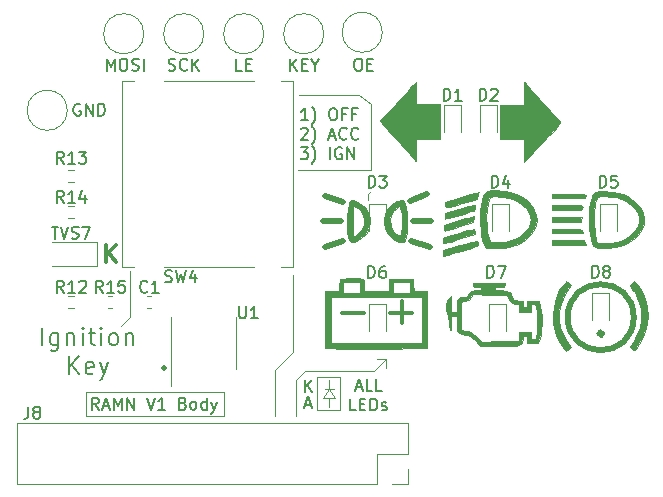
<source format=gbr>
G04 #@! TF.GenerationSoftware,KiCad,Pcbnew,(5.1.9)-1*
G04 #@! TF.CreationDate,2021-02-24T11:41:24+09:00*
G04 #@! TF.ProjectId,body,626f6479-2e6b-4696-9361-645f70636258,rev?*
G04 #@! TF.SameCoordinates,Original*
G04 #@! TF.FileFunction,Legend,Top*
G04 #@! TF.FilePolarity,Positive*
%FSLAX46Y46*%
G04 Gerber Fmt 4.6, Leading zero omitted, Abs format (unit mm)*
G04 Created by KiCad (PCBNEW (5.1.9)-1) date 2021-02-24 11:41:24*
%MOMM*%
%LPD*%
G01*
G04 APERTURE LIST*
%ADD10C,0.120000*%
%ADD11C,0.150000*%
%ADD12C,0.500000*%
%ADD13C,0.200000*%
%ADD14C,0.300000*%
%ADD15C,0.010000*%
G04 APERTURE END LIST*
D10*
X34163000Y-48514000D02*
X33401000Y-49276000D01*
X48006000Y-51435000D02*
X46482000Y-52959000D01*
X48006000Y-44958000D02*
X48006000Y-51435000D01*
X54610000Y-36068000D02*
X48387000Y-36068000D01*
X54610000Y-30480000D02*
X54610000Y-36068000D01*
X53594000Y-29718000D02*
X54610000Y-30480000D01*
X34163000Y-48514000D02*
X34163000Y-44577000D01*
X53594000Y-29718000D02*
X48514000Y-29718000D01*
D11*
X49246404Y-31822380D02*
X48674976Y-31822380D01*
X48960690Y-31822380D02*
X48960690Y-30822380D01*
X48865452Y-30965238D01*
X48770214Y-31060476D01*
X48674976Y-31108095D01*
X49579738Y-32203333D02*
X49627357Y-32155714D01*
X49722595Y-32012857D01*
X49770214Y-31917619D01*
X49817833Y-31774761D01*
X49865452Y-31536666D01*
X49865452Y-31346190D01*
X49817833Y-31108095D01*
X49770214Y-30965238D01*
X49722595Y-30870000D01*
X49627357Y-30727142D01*
X49579738Y-30679523D01*
X51294023Y-30822380D02*
X51484500Y-30822380D01*
X51579738Y-30870000D01*
X51674976Y-30965238D01*
X51722595Y-31155714D01*
X51722595Y-31489047D01*
X51674976Y-31679523D01*
X51579738Y-31774761D01*
X51484500Y-31822380D01*
X51294023Y-31822380D01*
X51198785Y-31774761D01*
X51103547Y-31679523D01*
X51055928Y-31489047D01*
X51055928Y-31155714D01*
X51103547Y-30965238D01*
X51198785Y-30870000D01*
X51294023Y-30822380D01*
X52484500Y-31298571D02*
X52151166Y-31298571D01*
X52151166Y-31822380D02*
X52151166Y-30822380D01*
X52627357Y-30822380D01*
X53341642Y-31298571D02*
X53008309Y-31298571D01*
X53008309Y-31822380D02*
X53008309Y-30822380D01*
X53484500Y-30822380D01*
X48674976Y-32567619D02*
X48722595Y-32520000D01*
X48817833Y-32472380D01*
X49055928Y-32472380D01*
X49151166Y-32520000D01*
X49198785Y-32567619D01*
X49246404Y-32662857D01*
X49246404Y-32758095D01*
X49198785Y-32900952D01*
X48627357Y-33472380D01*
X49246404Y-33472380D01*
X49579738Y-33853333D02*
X49627357Y-33805714D01*
X49722595Y-33662857D01*
X49770214Y-33567619D01*
X49817833Y-33424761D01*
X49865452Y-33186666D01*
X49865452Y-32996190D01*
X49817833Y-32758095D01*
X49770214Y-32615238D01*
X49722595Y-32520000D01*
X49627357Y-32377142D01*
X49579738Y-32329523D01*
X51055928Y-33186666D02*
X51532119Y-33186666D01*
X50960690Y-33472380D02*
X51294023Y-32472380D01*
X51627357Y-33472380D01*
X52532119Y-33377142D02*
X52484500Y-33424761D01*
X52341642Y-33472380D01*
X52246404Y-33472380D01*
X52103547Y-33424761D01*
X52008309Y-33329523D01*
X51960690Y-33234285D01*
X51913071Y-33043809D01*
X51913071Y-32900952D01*
X51960690Y-32710476D01*
X52008309Y-32615238D01*
X52103547Y-32520000D01*
X52246404Y-32472380D01*
X52341642Y-32472380D01*
X52484500Y-32520000D01*
X52532119Y-32567619D01*
X53532119Y-33377142D02*
X53484500Y-33424761D01*
X53341642Y-33472380D01*
X53246404Y-33472380D01*
X53103547Y-33424761D01*
X53008309Y-33329523D01*
X52960690Y-33234285D01*
X52913071Y-33043809D01*
X52913071Y-32900952D01*
X52960690Y-32710476D01*
X53008309Y-32615238D01*
X53103547Y-32520000D01*
X53246404Y-32472380D01*
X53341642Y-32472380D01*
X53484500Y-32520000D01*
X53532119Y-32567619D01*
X48627357Y-34122380D02*
X49246404Y-34122380D01*
X48913071Y-34503333D01*
X49055928Y-34503333D01*
X49151166Y-34550952D01*
X49198785Y-34598571D01*
X49246404Y-34693809D01*
X49246404Y-34931904D01*
X49198785Y-35027142D01*
X49151166Y-35074761D01*
X49055928Y-35122380D01*
X48770214Y-35122380D01*
X48674976Y-35074761D01*
X48627357Y-35027142D01*
X49579738Y-35503333D02*
X49627357Y-35455714D01*
X49722595Y-35312857D01*
X49770214Y-35217619D01*
X49817833Y-35074761D01*
X49865452Y-34836666D01*
X49865452Y-34646190D01*
X49817833Y-34408095D01*
X49770214Y-34265238D01*
X49722595Y-34170000D01*
X49627357Y-34027142D01*
X49579738Y-33979523D01*
X51103547Y-35122380D02*
X51103547Y-34122380D01*
X52103547Y-34170000D02*
X52008309Y-34122380D01*
X51865452Y-34122380D01*
X51722595Y-34170000D01*
X51627357Y-34265238D01*
X51579738Y-34360476D01*
X51532119Y-34550952D01*
X51532119Y-34693809D01*
X51579738Y-34884285D01*
X51627357Y-34979523D01*
X51722595Y-35074761D01*
X51865452Y-35122380D01*
X51960690Y-35122380D01*
X52103547Y-35074761D01*
X52151166Y-35027142D01*
X52151166Y-34693809D01*
X51960690Y-34693809D01*
X52579738Y-35122380D02*
X52579738Y-34122380D01*
X53151166Y-35122380D01*
X53151166Y-34122380D01*
D10*
X46482000Y-56896000D02*
X46482000Y-52959000D01*
X48260000Y-53848000D02*
X48260000Y-56896000D01*
X49022000Y-53086000D02*
X48260000Y-53848000D01*
X54864000Y-53086000D02*
X49022000Y-53086000D01*
X42164000Y-56896000D02*
X42164000Y-54864000D01*
X30480000Y-56896000D02*
X30480000Y-54864000D01*
X30480000Y-56896000D02*
X42164000Y-56896000D01*
D11*
X49037904Y-55919666D02*
X49514095Y-55919666D01*
X48942666Y-56205380D02*
X49276000Y-55205380D01*
X49609333Y-56205380D01*
D10*
X55880000Y-52070000D02*
X54864000Y-53086000D01*
X55880000Y-52070000D02*
X55880000Y-52832000D01*
X55118000Y-52070000D02*
X55880000Y-52070000D01*
D11*
X49014095Y-54808380D02*
X49014095Y-53808380D01*
X49585523Y-54808380D02*
X49156952Y-54236952D01*
X49585523Y-53808380D02*
X49014095Y-54379809D01*
D10*
X51943000Y-56388000D02*
X50038000Y-56388000D01*
X51943000Y-53594000D02*
X51943000Y-56388000D01*
X50038000Y-53594000D02*
X51943000Y-53594000D01*
X50038000Y-56388000D02*
X50038000Y-53594000D01*
D11*
X53308380Y-54459666D02*
X53784571Y-54459666D01*
X53213142Y-54745380D02*
X53546476Y-53745380D01*
X53879809Y-54745380D01*
X54689333Y-54745380D02*
X54213142Y-54745380D01*
X54213142Y-53745380D01*
X55498857Y-54745380D02*
X55022666Y-54745380D01*
X55022666Y-53745380D01*
X53308380Y-56395380D02*
X52832190Y-56395380D01*
X52832190Y-55395380D01*
X53641714Y-55871571D02*
X53975047Y-55871571D01*
X54117904Y-56395380D02*
X53641714Y-56395380D01*
X53641714Y-55395380D01*
X54117904Y-55395380D01*
X54546476Y-56395380D02*
X54546476Y-55395380D01*
X54784571Y-55395380D01*
X54927428Y-55443000D01*
X55022666Y-55538238D01*
X55070285Y-55633476D01*
X55117904Y-55823952D01*
X55117904Y-55966809D01*
X55070285Y-56157285D01*
X55022666Y-56252523D01*
X54927428Y-56347761D01*
X54784571Y-56395380D01*
X54546476Y-56395380D01*
X55498857Y-56347761D02*
X55594095Y-56395380D01*
X55784571Y-56395380D01*
X55879809Y-56347761D01*
X55927428Y-56252523D01*
X55927428Y-56204904D01*
X55879809Y-56109666D01*
X55784571Y-56062047D01*
X55641714Y-56062047D01*
X55546476Y-56014428D01*
X55498857Y-55919190D01*
X55498857Y-55871571D01*
X55546476Y-55776333D01*
X55641714Y-55728714D01*
X55784571Y-55728714D01*
X55879809Y-55776333D01*
D10*
X50673000Y-54610000D02*
X51435000Y-54610000D01*
X51054000Y-54610000D02*
X51054000Y-53848000D01*
X51562000Y-55372000D02*
X51054000Y-55372000D01*
X51054000Y-54610000D02*
X51562000Y-55372000D01*
X50546000Y-55372000D02*
X51054000Y-54610000D01*
X51054000Y-55372000D02*
X50546000Y-55372000D01*
X51054000Y-56134000D02*
X51054000Y-55372000D01*
D12*
X37084000Y-52832000D02*
G75*
G03*
X37084000Y-52832000I0J0D01*
G01*
D13*
X26749857Y-50888571D02*
X26749857Y-49388571D01*
X28107000Y-49888571D02*
X28107000Y-51102857D01*
X28035571Y-51245714D01*
X27964142Y-51317142D01*
X27821285Y-51388571D01*
X27607000Y-51388571D01*
X27464142Y-51317142D01*
X28107000Y-50817142D02*
X27964142Y-50888571D01*
X27678428Y-50888571D01*
X27535571Y-50817142D01*
X27464142Y-50745714D01*
X27392714Y-50602857D01*
X27392714Y-50174285D01*
X27464142Y-50031428D01*
X27535571Y-49960000D01*
X27678428Y-49888571D01*
X27964142Y-49888571D01*
X28107000Y-49960000D01*
X28821285Y-49888571D02*
X28821285Y-50888571D01*
X28821285Y-50031428D02*
X28892714Y-49960000D01*
X29035571Y-49888571D01*
X29249857Y-49888571D01*
X29392714Y-49960000D01*
X29464142Y-50102857D01*
X29464142Y-50888571D01*
X30178428Y-50888571D02*
X30178428Y-49888571D01*
X30178428Y-49388571D02*
X30107000Y-49460000D01*
X30178428Y-49531428D01*
X30249857Y-49460000D01*
X30178428Y-49388571D01*
X30178428Y-49531428D01*
X30678428Y-49888571D02*
X31249857Y-49888571D01*
X30892714Y-49388571D02*
X30892714Y-50674285D01*
X30964142Y-50817142D01*
X31107000Y-50888571D01*
X31249857Y-50888571D01*
X31749857Y-50888571D02*
X31749857Y-49888571D01*
X31749857Y-49388571D02*
X31678428Y-49460000D01*
X31749857Y-49531428D01*
X31821285Y-49460000D01*
X31749857Y-49388571D01*
X31749857Y-49531428D01*
X32678428Y-50888571D02*
X32535571Y-50817142D01*
X32464142Y-50745714D01*
X32392714Y-50602857D01*
X32392714Y-50174285D01*
X32464142Y-50031428D01*
X32535571Y-49960000D01*
X32678428Y-49888571D01*
X32892714Y-49888571D01*
X33035571Y-49960000D01*
X33107000Y-50031428D01*
X33178428Y-50174285D01*
X33178428Y-50602857D01*
X33107000Y-50745714D01*
X33035571Y-50817142D01*
X32892714Y-50888571D01*
X32678428Y-50888571D01*
X33821285Y-49888571D02*
X33821285Y-50888571D01*
X33821285Y-50031428D02*
X33892714Y-49960000D01*
X34035571Y-49888571D01*
X34249857Y-49888571D01*
X34392714Y-49960000D01*
X34464142Y-50102857D01*
X34464142Y-50888571D01*
X28999857Y-53338571D02*
X28999857Y-51838571D01*
X29857000Y-53338571D02*
X29214142Y-52481428D01*
X29857000Y-51838571D02*
X28999857Y-52695714D01*
X31071285Y-53267142D02*
X30928428Y-53338571D01*
X30642714Y-53338571D01*
X30499857Y-53267142D01*
X30428428Y-53124285D01*
X30428428Y-52552857D01*
X30499857Y-52410000D01*
X30642714Y-52338571D01*
X30928428Y-52338571D01*
X31071285Y-52410000D01*
X31142714Y-52552857D01*
X31142714Y-52695714D01*
X30428428Y-52838571D01*
X31642714Y-52338571D02*
X31999857Y-53338571D01*
X32357000Y-52338571D02*
X31999857Y-53338571D01*
X31857000Y-53695714D01*
X31785571Y-53767142D01*
X31642714Y-53838571D01*
D10*
X54356000Y-38100000D02*
X54610000Y-37846000D01*
X54356000Y-38608000D02*
X54356000Y-38100000D01*
D14*
X32119142Y-43858571D02*
X32119142Y-42358571D01*
X32976285Y-43858571D02*
X32333428Y-43001428D01*
X32976285Y-42358571D02*
X32119142Y-43215714D01*
D10*
X30480000Y-54864000D02*
X42164000Y-54864000D01*
D11*
X31528333Y-56332380D02*
X31195000Y-55856190D01*
X30956904Y-56332380D02*
X30956904Y-55332380D01*
X31337857Y-55332380D01*
X31433095Y-55380000D01*
X31480714Y-55427619D01*
X31528333Y-55522857D01*
X31528333Y-55665714D01*
X31480714Y-55760952D01*
X31433095Y-55808571D01*
X31337857Y-55856190D01*
X30956904Y-55856190D01*
X31909285Y-56046666D02*
X32385476Y-56046666D01*
X31814047Y-56332380D02*
X32147380Y-55332380D01*
X32480714Y-56332380D01*
X32814047Y-56332380D02*
X32814047Y-55332380D01*
X33147380Y-56046666D01*
X33480714Y-55332380D01*
X33480714Y-56332380D01*
X33956904Y-56332380D02*
X33956904Y-55332380D01*
X34528333Y-56332380D01*
X34528333Y-55332380D01*
X35623571Y-55332380D02*
X35956904Y-56332380D01*
X36290238Y-55332380D01*
X37147380Y-56332380D02*
X36575952Y-56332380D01*
X36861666Y-56332380D02*
X36861666Y-55332380D01*
X36766428Y-55475238D01*
X36671190Y-55570476D01*
X36575952Y-55618095D01*
X38671190Y-55808571D02*
X38814047Y-55856190D01*
X38861666Y-55903809D01*
X38909285Y-55999047D01*
X38909285Y-56141904D01*
X38861666Y-56237142D01*
X38814047Y-56284761D01*
X38718809Y-56332380D01*
X38337857Y-56332380D01*
X38337857Y-55332380D01*
X38671190Y-55332380D01*
X38766428Y-55380000D01*
X38814047Y-55427619D01*
X38861666Y-55522857D01*
X38861666Y-55618095D01*
X38814047Y-55713333D01*
X38766428Y-55760952D01*
X38671190Y-55808571D01*
X38337857Y-55808571D01*
X39480714Y-56332380D02*
X39385476Y-56284761D01*
X39337857Y-56237142D01*
X39290238Y-56141904D01*
X39290238Y-55856190D01*
X39337857Y-55760952D01*
X39385476Y-55713333D01*
X39480714Y-55665714D01*
X39623571Y-55665714D01*
X39718809Y-55713333D01*
X39766428Y-55760952D01*
X39814047Y-55856190D01*
X39814047Y-56141904D01*
X39766428Y-56237142D01*
X39718809Y-56284761D01*
X39623571Y-56332380D01*
X39480714Y-56332380D01*
X40671190Y-56332380D02*
X40671190Y-55332380D01*
X40671190Y-56284761D02*
X40575952Y-56332380D01*
X40385476Y-56332380D01*
X40290238Y-56284761D01*
X40242619Y-56237142D01*
X40195000Y-56141904D01*
X40195000Y-55856190D01*
X40242619Y-55760952D01*
X40290238Y-55713333D01*
X40385476Y-55665714D01*
X40575952Y-55665714D01*
X40671190Y-55713333D01*
X41052142Y-55665714D02*
X41290238Y-56332380D01*
X41528333Y-55665714D02*
X41290238Y-56332380D01*
X41195000Y-56570476D01*
X41147380Y-56618095D01*
X41052142Y-56665714D01*
D10*
X45515000Y-24511000D02*
G75*
G03*
X45515000Y-24511000I-1700000J0D01*
G01*
X28878000Y-30988000D02*
G75*
G03*
X28878000Y-30988000I-1700000J0D01*
G01*
X33502600Y-28524200D02*
X33502600Y-44264200D01*
X48002600Y-44264200D02*
X48002600Y-28524200D01*
X34493200Y-44272200D02*
X33502600Y-44272200D01*
X44653200Y-44272200D02*
X37033200Y-44272200D01*
X48002600Y-44264200D02*
X47012000Y-44264200D01*
X34493200Y-28524200D02*
X33502600Y-28524200D01*
X44653200Y-28524200D02*
X37033200Y-28524200D01*
X48002600Y-28524200D02*
X47012000Y-28524200D01*
D15*
G36*
X76902342Y-45511661D02*
G01*
X77016940Y-45629123D01*
X77107468Y-45735874D01*
X77502895Y-46324402D01*
X77788641Y-46962919D01*
X77964128Y-47636407D01*
X78028773Y-48329846D01*
X77981998Y-49028216D01*
X77823222Y-49716496D01*
X77551864Y-50379669D01*
X77303436Y-50807558D01*
X77129569Y-51066663D01*
X77005120Y-51229402D01*
X76911793Y-51306853D01*
X76831290Y-51310091D01*
X76745315Y-51250192D01*
X76680024Y-51184939D01*
X76503512Y-51000701D01*
X76830118Y-50503475D01*
X77141213Y-49955721D01*
X77343389Y-49411930D01*
X77447820Y-48834744D01*
X77468747Y-48367847D01*
X77462119Y-48030944D01*
X77438271Y-47769017D01*
X77388983Y-47530362D01*
X77306034Y-47263273D01*
X77282312Y-47195167D01*
X77153763Y-46883605D01*
X76988479Y-46554363D01*
X76820348Y-46274438D01*
X76806246Y-46253971D01*
X76515362Y-45837857D01*
X76647755Y-45651928D01*
X76749340Y-45528745D01*
X76827032Y-45467501D01*
X76835072Y-45465999D01*
X76902342Y-45511661D01*
G37*
X76902342Y-45511661D02*
X77016940Y-45629123D01*
X77107468Y-45735874D01*
X77502895Y-46324402D01*
X77788641Y-46962919D01*
X77964128Y-47636407D01*
X78028773Y-48329846D01*
X77981998Y-49028216D01*
X77823222Y-49716496D01*
X77551864Y-50379669D01*
X77303436Y-50807558D01*
X77129569Y-51066663D01*
X77005120Y-51229402D01*
X76911793Y-51306853D01*
X76831290Y-51310091D01*
X76745315Y-51250192D01*
X76680024Y-51184939D01*
X76503512Y-51000701D01*
X76830118Y-50503475D01*
X77141213Y-49955721D01*
X77343389Y-49411930D01*
X77447820Y-48834744D01*
X77468747Y-48367847D01*
X77462119Y-48030944D01*
X77438271Y-47769017D01*
X77388983Y-47530362D01*
X77306034Y-47263273D01*
X77282312Y-47195167D01*
X77153763Y-46883605D01*
X76988479Y-46554363D01*
X76820348Y-46274438D01*
X76806246Y-46253971D01*
X76515362Y-45837857D01*
X76647755Y-45651928D01*
X76749340Y-45528745D01*
X76827032Y-45467501D01*
X76835072Y-45465999D01*
X76902342Y-45511661D01*
G36*
X71216748Y-45510140D02*
G01*
X71330769Y-45617966D01*
X71344370Y-45633463D01*
X71488268Y-45800927D01*
X71279984Y-46093838D01*
X70911101Y-46711307D01*
X70659128Y-47353899D01*
X70524079Y-48009777D01*
X70505969Y-48667107D01*
X70604812Y-49314053D01*
X70820623Y-49938778D01*
X71153416Y-50529449D01*
X71274365Y-50696020D01*
X71511069Y-51004790D01*
X71335404Y-51188145D01*
X71216268Y-51303824D01*
X71135341Y-51366686D01*
X71123994Y-51370535D01*
X71070961Y-51322848D01*
X70967287Y-51199147D01*
X70843607Y-51037160D01*
X70452244Y-50402941D01*
X70176929Y-49730221D01*
X70017652Y-49032073D01*
X69974404Y-48321569D01*
X70047176Y-47611781D01*
X70235957Y-46915781D01*
X70540739Y-46246643D01*
X70847381Y-45767625D01*
X70976132Y-45605467D01*
X71083187Y-45495975D01*
X71133895Y-45466000D01*
X71216748Y-45510140D01*
G37*
X71216748Y-45510140D02*
X71330769Y-45617966D01*
X71344370Y-45633463D01*
X71488268Y-45800927D01*
X71279984Y-46093838D01*
X70911101Y-46711307D01*
X70659128Y-47353899D01*
X70524079Y-48009777D01*
X70505969Y-48667107D01*
X70604812Y-49314053D01*
X70820623Y-49938778D01*
X71153416Y-50529449D01*
X71274365Y-50696020D01*
X71511069Y-51004790D01*
X71335404Y-51188145D01*
X71216268Y-51303824D01*
X71135341Y-51366686D01*
X71123994Y-51370535D01*
X71070961Y-51322848D01*
X70967287Y-51199147D01*
X70843607Y-51037160D01*
X70452244Y-50402941D01*
X70176929Y-49730221D01*
X70017652Y-49032073D01*
X69974404Y-48321569D01*
X70047176Y-47611781D01*
X70235957Y-46915781D01*
X70540739Y-46246643D01*
X70847381Y-45767625D01*
X70976132Y-45605467D01*
X71083187Y-45495975D01*
X71133895Y-45466000D01*
X71216748Y-45510140D01*
D12*
X74168000Y-49911000D02*
G75*
G03*
X74168000Y-49911000I-127000J0D01*
G01*
X76835000Y-48514000D02*
G75*
G03*
X76835000Y-48514000I-2794000J0D01*
G01*
D10*
X31410000Y-44180000D02*
X31410000Y-42180000D01*
X31410000Y-42180000D02*
X27560000Y-42180000D01*
X31410000Y-44180000D02*
X27560000Y-44180000D01*
X28972742Y-39101500D02*
X29447258Y-39101500D01*
X28972742Y-40146500D02*
X29447258Y-40146500D01*
D14*
X57175400Y-49022000D02*
X57175400Y-47117000D01*
X56159400Y-48133000D02*
X58064400Y-48133000D01*
X52095400Y-48133000D02*
X54000400Y-48133000D01*
D15*
G36*
X53605667Y-45225692D02*
G01*
X53797622Y-45238920D01*
X53907603Y-45262350D01*
X53946996Y-45289661D01*
X53972541Y-45390198D01*
X53991268Y-45578289D01*
X53999359Y-45814524D01*
X53999427Y-45831125D01*
X54000400Y-46291500D01*
X56090763Y-46291500D01*
X56109206Y-45767625D01*
X56117589Y-45529500D01*
X56476900Y-45529500D01*
X56476900Y-46482000D01*
X57873900Y-46482000D01*
X57873900Y-45529500D01*
X56476900Y-45529500D01*
X56117589Y-45529500D01*
X56127650Y-45243750D01*
X58159650Y-45243750D01*
X58178055Y-45765275D01*
X58196460Y-46286801D01*
X58781305Y-46305025D01*
X59366150Y-46323250D01*
X59366150Y-51149250D01*
X55062202Y-51165569D01*
X54185609Y-51168453D01*
X53428387Y-51169911D01*
X52782910Y-51169831D01*
X52241555Y-51168101D01*
X51796700Y-51164609D01*
X51440720Y-51159242D01*
X51165991Y-51151889D01*
X50964891Y-51142437D01*
X50829796Y-51130775D01*
X50753081Y-51116789D01*
X50727529Y-51101818D01*
X50720982Y-51021992D01*
X50715800Y-50829791D01*
X50712067Y-50539832D01*
X50709868Y-50166735D01*
X50709287Y-49725115D01*
X50710410Y-49229593D01*
X50713319Y-48694786D01*
X50713476Y-48672498D01*
X50726769Y-46799500D01*
X51206400Y-46799500D01*
X51206400Y-50673000D01*
X58889900Y-50673000D01*
X58889900Y-46799500D01*
X51206400Y-46799500D01*
X50726769Y-46799500D01*
X50730150Y-46323250D01*
X51314994Y-46305025D01*
X51899839Y-46286801D01*
X51918244Y-45765275D01*
X51926565Y-45529500D01*
X52222400Y-45529500D01*
X52222400Y-46482000D01*
X53619400Y-46482000D01*
X53619400Y-45529500D01*
X52222400Y-45529500D01*
X51926565Y-45529500D01*
X51936650Y-45243750D01*
X52916093Y-45226161D01*
X53316803Y-45221746D01*
X53605667Y-45225692D01*
G37*
X53605667Y-45225692D02*
X53797622Y-45238920D01*
X53907603Y-45262350D01*
X53946996Y-45289661D01*
X53972541Y-45390198D01*
X53991268Y-45578289D01*
X53999359Y-45814524D01*
X53999427Y-45831125D01*
X54000400Y-46291500D01*
X56090763Y-46291500D01*
X56109206Y-45767625D01*
X56117589Y-45529500D01*
X56476900Y-45529500D01*
X56476900Y-46482000D01*
X57873900Y-46482000D01*
X57873900Y-45529500D01*
X56476900Y-45529500D01*
X56117589Y-45529500D01*
X56127650Y-45243750D01*
X58159650Y-45243750D01*
X58178055Y-45765275D01*
X58196460Y-46286801D01*
X58781305Y-46305025D01*
X59366150Y-46323250D01*
X59366150Y-51149250D01*
X55062202Y-51165569D01*
X54185609Y-51168453D01*
X53428387Y-51169911D01*
X52782910Y-51169831D01*
X52241555Y-51168101D01*
X51796700Y-51164609D01*
X51440720Y-51159242D01*
X51165991Y-51151889D01*
X50964891Y-51142437D01*
X50829796Y-51130775D01*
X50753081Y-51116789D01*
X50727529Y-51101818D01*
X50720982Y-51021992D01*
X50715800Y-50829791D01*
X50712067Y-50539832D01*
X50709868Y-50166735D01*
X50709287Y-49725115D01*
X50710410Y-49229593D01*
X50713319Y-48694786D01*
X50713476Y-48672498D01*
X50726769Y-46799500D01*
X51206400Y-46799500D01*
X51206400Y-50673000D01*
X58889900Y-50673000D01*
X58889900Y-46799500D01*
X51206400Y-46799500D01*
X50726769Y-46799500D01*
X50730150Y-46323250D01*
X51314994Y-46305025D01*
X51899839Y-46286801D01*
X51918244Y-45765275D01*
X51926565Y-45529500D01*
X52222400Y-45529500D01*
X52222400Y-46482000D01*
X53619400Y-46482000D01*
X53619400Y-45529500D01*
X52222400Y-45529500D01*
X51926565Y-45529500D01*
X51936650Y-45243750D01*
X52916093Y-45226161D01*
X53316803Y-45221746D01*
X53605667Y-45225692D01*
D12*
X50673000Y-42545000D02*
X52258188Y-42037000D01*
D15*
G36*
X53027046Y-38571546D02*
G01*
X53607915Y-38817043D01*
X54048958Y-39155012D01*
X54347932Y-39582687D01*
X54502593Y-40097300D01*
X54525334Y-40419709D01*
X54444460Y-40906611D01*
X54216941Y-41362212D01*
X53865434Y-41751828D01*
X53491540Y-42002421D01*
X53161459Y-42137327D01*
X52930230Y-42145858D01*
X52782920Y-42027047D01*
X52748040Y-41954191D01*
X52600373Y-41402311D01*
X52526725Y-40754815D01*
X52527642Y-40206968D01*
X53045062Y-40206968D01*
X53047735Y-40600600D01*
X53057143Y-40968565D01*
X53073213Y-41271895D01*
X53095872Y-41471620D01*
X53107596Y-41515876D01*
X53159073Y-41611014D01*
X53234881Y-41618483D01*
X53386634Y-41535650D01*
X53445452Y-41498647D01*
X53676241Y-41301385D01*
X53861249Y-41060326D01*
X53868357Y-41047425D01*
X53988274Y-40673755D01*
X54005665Y-40242625D01*
X53920489Y-39831370D01*
X53869035Y-39711547D01*
X53731792Y-39517065D01*
X53541124Y-39335132D01*
X53340874Y-39197597D01*
X53174882Y-39136309D01*
X53103179Y-39155188D01*
X53078183Y-39261781D01*
X53060213Y-39498589D01*
X53049197Y-39826642D01*
X53045062Y-40206968D01*
X52527642Y-40206968D01*
X52527874Y-40068765D01*
X52604600Y-39401221D01*
X52707228Y-38963571D01*
X52791508Y-38707706D01*
X52864285Y-38582820D01*
X52953124Y-38555126D01*
X53027046Y-38571546D01*
G37*
X53027046Y-38571546D02*
X53607915Y-38817043D01*
X54048958Y-39155012D01*
X54347932Y-39582687D01*
X54502593Y-40097300D01*
X54525334Y-40419709D01*
X54444460Y-40906611D01*
X54216941Y-41362212D01*
X53865434Y-41751828D01*
X53491540Y-42002421D01*
X53161459Y-42137327D01*
X52930230Y-42145858D01*
X52782920Y-42027047D01*
X52748040Y-41954191D01*
X52600373Y-41402311D01*
X52526725Y-40754815D01*
X52527642Y-40206968D01*
X53045062Y-40206968D01*
X53047735Y-40600600D01*
X53057143Y-40968565D01*
X53073213Y-41271895D01*
X53095872Y-41471620D01*
X53107596Y-41515876D01*
X53159073Y-41611014D01*
X53234881Y-41618483D01*
X53386634Y-41535650D01*
X53445452Y-41498647D01*
X53676241Y-41301385D01*
X53861249Y-41060326D01*
X53868357Y-41047425D01*
X53988274Y-40673755D01*
X54005665Y-40242625D01*
X53920489Y-39831370D01*
X53869035Y-39711547D01*
X53731792Y-39517065D01*
X53541124Y-39335132D01*
X53340874Y-39197597D01*
X53174882Y-39136309D01*
X53103179Y-39155188D01*
X53078183Y-39261781D01*
X53060213Y-39498589D01*
X53049197Y-39826642D01*
X53045062Y-40206968D01*
X52527642Y-40206968D01*
X52527874Y-40068765D01*
X52604600Y-39401221D01*
X52707228Y-38963571D01*
X52791508Y-38707706D01*
X52864285Y-38582820D01*
X52953124Y-38555126D01*
X53027046Y-38571546D01*
G36*
X57314363Y-38582132D02*
G01*
X57372638Y-38651020D01*
X57483109Y-38890235D01*
X57573994Y-39258278D01*
X57638703Y-39715144D01*
X57670648Y-40220829D01*
X57672389Y-40470667D01*
X57650394Y-40884027D01*
X57599673Y-41301068D01*
X57528316Y-41679893D01*
X57444414Y-41978604D01*
X57356056Y-42155304D01*
X57344842Y-42166965D01*
X57229706Y-42180059D01*
X57023956Y-42137173D01*
X56946015Y-42111804D01*
X56433913Y-41853943D01*
X56056571Y-41493870D01*
X55816372Y-41034966D01*
X55715699Y-40480612D01*
X55712526Y-40361461D01*
X55717841Y-40315915D01*
X56191129Y-40315915D01*
X56251391Y-40813283D01*
X56440297Y-41207451D01*
X56749746Y-41488324D01*
X56915170Y-41575727D01*
X57025096Y-41581164D01*
X57096813Y-41482424D01*
X57147612Y-41257296D01*
X57190422Y-40922221D01*
X57212224Y-40568834D01*
X57208351Y-40173798D01*
X57182490Y-39786321D01*
X57138331Y-39455609D01*
X57079559Y-39230869D01*
X57060865Y-39193437D01*
X56985980Y-39131610D01*
X56866249Y-39173943D01*
X56757138Y-39249826D01*
X56437317Y-39542612D01*
X56258059Y-39858638D01*
X56192745Y-40248044D01*
X56191129Y-40315915D01*
X55717841Y-40315915D01*
X55776182Y-39816047D01*
X55976191Y-39364411D01*
X56319332Y-38996550D01*
X56812388Y-38702461D01*
X56848218Y-38686355D01*
X57091768Y-38583855D01*
X57230893Y-38550210D01*
X57314363Y-38582132D01*
G37*
X57314363Y-38582132D02*
X57372638Y-38651020D01*
X57483109Y-38890235D01*
X57573994Y-39258278D01*
X57638703Y-39715144D01*
X57670648Y-40220829D01*
X57672389Y-40470667D01*
X57650394Y-40884027D01*
X57599673Y-41301068D01*
X57528316Y-41679893D01*
X57444414Y-41978604D01*
X57356056Y-42155304D01*
X57344842Y-42166965D01*
X57229706Y-42180059D01*
X57023956Y-42137173D01*
X56946015Y-42111804D01*
X56433913Y-41853943D01*
X56056571Y-41493870D01*
X55816372Y-41034966D01*
X55715699Y-40480612D01*
X55712526Y-40361461D01*
X55717841Y-40315915D01*
X56191129Y-40315915D01*
X56251391Y-40813283D01*
X56440297Y-41207451D01*
X56749746Y-41488324D01*
X56915170Y-41575727D01*
X57025096Y-41581164D01*
X57096813Y-41482424D01*
X57147612Y-41257296D01*
X57190422Y-40922221D01*
X57212224Y-40568834D01*
X57208351Y-40173798D01*
X57182490Y-39786321D01*
X57138331Y-39455609D01*
X57079559Y-39230869D01*
X57060865Y-39193437D01*
X56985980Y-39131610D01*
X56866249Y-39173943D01*
X56757138Y-39249826D01*
X56437317Y-39542612D01*
X56258059Y-39858638D01*
X56192745Y-40248044D01*
X56191129Y-40315915D01*
X55717841Y-40315915D01*
X55776182Y-39816047D01*
X55976191Y-39364411D01*
X56319332Y-38996550D01*
X56812388Y-38702461D01*
X56848218Y-38686355D01*
X57091768Y-38583855D01*
X57230893Y-38550210D01*
X57314363Y-38582132D01*
D12*
X57863044Y-38654089D02*
X59309000Y-38100000D01*
X58166000Y-40386000D02*
X59690000Y-40386000D01*
X59563000Y-42545000D02*
X57977812Y-42037000D01*
X52070000Y-40386000D02*
X50546000Y-40386000D01*
X50673000Y-38227000D02*
X52258188Y-38735000D01*
D10*
X55372000Y-31886110D02*
X58420000Y-28575000D01*
X58420000Y-35306000D02*
X55372000Y-31886110D01*
X58420000Y-28575000D02*
X58420000Y-35306000D01*
D15*
G36*
X58293000Y-35172689D02*
G01*
X58085927Y-34861487D01*
X57738072Y-34480513D01*
X57277000Y-34036000D01*
X56896000Y-33528000D01*
X56325054Y-32993489D01*
X55942946Y-32538511D01*
X55629051Y-32246855D01*
X55430490Y-31986704D01*
X55372000Y-31886110D01*
X55452967Y-31755932D01*
X55676523Y-31472075D01*
X56013654Y-31115000D01*
X56435345Y-30734000D01*
X57025116Y-30099000D01*
X57528883Y-29591000D01*
X57917629Y-29083000D01*
X58015496Y-28956000D01*
X58396653Y-28702000D01*
X58293000Y-28720956D01*
X58373305Y-28829000D01*
X58420000Y-29266949D01*
X58420000Y-29500286D01*
X58420000Y-30480000D01*
X60452000Y-30480000D01*
X60452000Y-33401000D01*
X58420000Y-33401000D01*
X58420000Y-34364084D01*
X58407275Y-34815094D01*
X58373562Y-35141020D01*
X58325557Y-35283710D01*
X58358028Y-35284835D01*
X58293000Y-35179000D01*
X58293000Y-35172689D01*
G37*
X58293000Y-35172689D02*
X58085927Y-34861487D01*
X57738072Y-34480513D01*
X57277000Y-34036000D01*
X56896000Y-33528000D01*
X56325054Y-32993489D01*
X55942946Y-32538511D01*
X55629051Y-32246855D01*
X55430490Y-31986704D01*
X55372000Y-31886110D01*
X55452967Y-31755932D01*
X55676523Y-31472075D01*
X56013654Y-31115000D01*
X56435345Y-30734000D01*
X57025116Y-30099000D01*
X57528883Y-29591000D01*
X57917629Y-29083000D01*
X58015496Y-28956000D01*
X58396653Y-28702000D01*
X58293000Y-28720956D01*
X58373305Y-28829000D01*
X58420000Y-29266949D01*
X58420000Y-29500286D01*
X58420000Y-30480000D01*
X60452000Y-30480000D01*
X60452000Y-33401000D01*
X58420000Y-33401000D01*
X58420000Y-34364084D01*
X58407275Y-34815094D01*
X58373562Y-35141020D01*
X58325557Y-35283710D01*
X58358028Y-35284835D01*
X58293000Y-35179000D01*
X58293000Y-35172689D01*
D10*
X70612000Y-32020290D02*
X67564000Y-35331400D01*
X67564000Y-28600400D02*
X70612000Y-32020290D01*
X67564000Y-35331400D02*
X67564000Y-28600400D01*
D15*
G36*
X67691000Y-28733711D02*
G01*
X67898073Y-29044913D01*
X68245928Y-29425887D01*
X68707000Y-29870400D01*
X69088000Y-30378400D01*
X69658946Y-30912911D01*
X70041054Y-31367889D01*
X70354949Y-31659545D01*
X70553510Y-31919696D01*
X70612000Y-32020290D01*
X70531033Y-32150468D01*
X70307477Y-32434325D01*
X69970346Y-32791400D01*
X69548655Y-33172400D01*
X68958884Y-33807400D01*
X68455117Y-34315400D01*
X68066371Y-34823400D01*
X67968504Y-34950400D01*
X67587347Y-35204400D01*
X67691000Y-35185444D01*
X67610695Y-35077400D01*
X67564000Y-34639451D01*
X67564000Y-34406114D01*
X67564000Y-33426400D01*
X65532000Y-33426400D01*
X65532000Y-30505400D01*
X67564000Y-30505400D01*
X67564000Y-29542316D01*
X67576725Y-29091306D01*
X67610438Y-28765380D01*
X67658443Y-28622690D01*
X67625972Y-28621565D01*
X67691000Y-28727400D01*
X67691000Y-28733711D01*
G37*
X67691000Y-28733711D02*
X67898073Y-29044913D01*
X68245928Y-29425887D01*
X68707000Y-29870400D01*
X69088000Y-30378400D01*
X69658946Y-30912911D01*
X70041054Y-31367889D01*
X70354949Y-31659545D01*
X70553510Y-31919696D01*
X70612000Y-32020290D01*
X70531033Y-32150468D01*
X70307477Y-32434325D01*
X69970346Y-32791400D01*
X69548655Y-33172400D01*
X68958884Y-33807400D01*
X68455117Y-34315400D01*
X68066371Y-34823400D01*
X67968504Y-34950400D01*
X67587347Y-35204400D01*
X67691000Y-35185444D01*
X67610695Y-35077400D01*
X67564000Y-34639451D01*
X67564000Y-34406114D01*
X67564000Y-33426400D01*
X65532000Y-33426400D01*
X65532000Y-30505400D01*
X67564000Y-30505400D01*
X67564000Y-29542316D01*
X67576725Y-29091306D01*
X67610438Y-28765380D01*
X67658443Y-28622690D01*
X67625972Y-28621565D01*
X67691000Y-28727400D01*
X67691000Y-28733711D01*
G36*
X63564834Y-42088220D02*
G01*
X63637519Y-42210779D01*
X63674229Y-42307634D01*
X63681023Y-42361201D01*
X63654979Y-42410230D01*
X63578973Y-42461777D01*
X63435882Y-42522898D01*
X63208584Y-42600647D01*
X62879956Y-42702079D01*
X62432875Y-42834251D01*
X62306525Y-42871191D01*
X61870470Y-42999042D01*
X61477299Y-43115285D01*
X61150079Y-43213022D01*
X60911878Y-43285355D01*
X60785762Y-43325386D01*
X60776611Y-43328680D01*
X60702419Y-43334407D01*
X60676293Y-43253043D01*
X60682900Y-43093146D01*
X60706000Y-42812788D01*
X62103420Y-42416242D01*
X62607285Y-42277552D01*
X63017389Y-42173583D01*
X63321885Y-42106995D01*
X63508928Y-42080447D01*
X63564834Y-42088220D01*
G37*
X63564834Y-42088220D02*
X63637519Y-42210779D01*
X63674229Y-42307634D01*
X63681023Y-42361201D01*
X63654979Y-42410230D01*
X63578973Y-42461777D01*
X63435882Y-42522898D01*
X63208584Y-42600647D01*
X62879956Y-42702079D01*
X62432875Y-42834251D01*
X62306525Y-42871191D01*
X61870470Y-42999042D01*
X61477299Y-43115285D01*
X61150079Y-43213022D01*
X60911878Y-43285355D01*
X60785762Y-43325386D01*
X60776611Y-43328680D01*
X60702419Y-43334407D01*
X60676293Y-43253043D01*
X60682900Y-43093146D01*
X60706000Y-42812788D01*
X62103420Y-42416242D01*
X62607285Y-42277552D01*
X63017389Y-42173583D01*
X63321885Y-42106995D01*
X63508928Y-42080447D01*
X63564834Y-42088220D01*
G36*
X65933928Y-37822349D02*
G01*
X66646862Y-37982443D01*
X67265546Y-38245607D01*
X67785863Y-38609738D01*
X68203698Y-39072732D01*
X68433540Y-39455604D01*
X68601628Y-39880091D01*
X68649763Y-40269021D01*
X68578277Y-40665454D01*
X68445414Y-40995600D01*
X68124604Y-41504209D01*
X67688475Y-41932272D01*
X67146848Y-42272771D01*
X66509545Y-42518688D01*
X66209439Y-42593414D01*
X65912817Y-42639786D01*
X65552230Y-42672175D01*
X65172886Y-42689127D01*
X64819991Y-42689189D01*
X64538753Y-42670907D01*
X64424299Y-42650813D01*
X64271379Y-42540107D01*
X64137467Y-42306492D01*
X64024830Y-41971232D01*
X63935731Y-41555592D01*
X63872436Y-41080836D01*
X63837211Y-40568229D01*
X63832564Y-40065286D01*
X64359261Y-40065286D01*
X64373206Y-40722737D01*
X64442715Y-41335133D01*
X64478171Y-41518300D01*
X64564230Y-41858921D01*
X64645432Y-42064525D01*
X64725325Y-42144882D01*
X65003886Y-42180331D01*
X65388893Y-42172566D01*
X65848500Y-42122439D01*
X65910106Y-42113160D01*
X66570311Y-41952135D01*
X67126863Y-41690178D01*
X67579229Y-41327617D01*
X67926878Y-40864783D01*
X67928633Y-40861728D01*
X68084306Y-40532262D01*
X68132379Y-40241574D01*
X68074883Y-39937009D01*
X67973822Y-39689314D01*
X67697748Y-39263774D01*
X67306951Y-38902928D01*
X66820813Y-38615962D01*
X66258722Y-38412059D01*
X65640060Y-38300406D01*
X65016757Y-38288193D01*
X64627728Y-38310457D01*
X64496417Y-38854743D01*
X64400468Y-39422660D01*
X64359261Y-40065286D01*
X63832564Y-40065286D01*
X63832321Y-40039036D01*
X63860030Y-39514520D01*
X63922604Y-39015948D01*
X63998467Y-38653269D01*
X64099687Y-38285141D01*
X64200757Y-38036005D01*
X64331191Y-37882771D01*
X64520505Y-37802352D01*
X64798211Y-37771659D01*
X65130862Y-37767431D01*
X65933928Y-37822349D01*
G37*
X65933928Y-37822349D02*
X66646862Y-37982443D01*
X67265546Y-38245607D01*
X67785863Y-38609738D01*
X68203698Y-39072732D01*
X68433540Y-39455604D01*
X68601628Y-39880091D01*
X68649763Y-40269021D01*
X68578277Y-40665454D01*
X68445414Y-40995600D01*
X68124604Y-41504209D01*
X67688475Y-41932272D01*
X67146848Y-42272771D01*
X66509545Y-42518688D01*
X66209439Y-42593414D01*
X65912817Y-42639786D01*
X65552230Y-42672175D01*
X65172886Y-42689127D01*
X64819991Y-42689189D01*
X64538753Y-42670907D01*
X64424299Y-42650813D01*
X64271379Y-42540107D01*
X64137467Y-42306492D01*
X64024830Y-41971232D01*
X63935731Y-41555592D01*
X63872436Y-41080836D01*
X63837211Y-40568229D01*
X63832564Y-40065286D01*
X64359261Y-40065286D01*
X64373206Y-40722737D01*
X64442715Y-41335133D01*
X64478171Y-41518300D01*
X64564230Y-41858921D01*
X64645432Y-42064525D01*
X64725325Y-42144882D01*
X65003886Y-42180331D01*
X65388893Y-42172566D01*
X65848500Y-42122439D01*
X65910106Y-42113160D01*
X66570311Y-41952135D01*
X67126863Y-41690178D01*
X67579229Y-41327617D01*
X67926878Y-40864783D01*
X67928633Y-40861728D01*
X68084306Y-40532262D01*
X68132379Y-40241574D01*
X68074883Y-39937009D01*
X67973822Y-39689314D01*
X67697748Y-39263774D01*
X67306951Y-38902928D01*
X66820813Y-38615962D01*
X66258722Y-38412059D01*
X65640060Y-38300406D01*
X65016757Y-38288193D01*
X64627728Y-38310457D01*
X64496417Y-38854743D01*
X64400468Y-39422660D01*
X64359261Y-40065286D01*
X63832564Y-40065286D01*
X63832321Y-40039036D01*
X63860030Y-39514520D01*
X63922604Y-39015948D01*
X63998467Y-38653269D01*
X64099687Y-38285141D01*
X64200757Y-38036005D01*
X64331191Y-37882771D01*
X64520505Y-37802352D01*
X64798211Y-37771659D01*
X65130862Y-37767431D01*
X65933928Y-37822349D01*
G36*
X63343693Y-41126480D02*
G01*
X63367494Y-41283359D01*
X63391143Y-41497464D01*
X62230000Y-41841614D01*
X61723937Y-41991928D01*
X61340544Y-42104513D01*
X61062893Y-42181368D01*
X60874053Y-42224493D01*
X60757094Y-42235886D01*
X60695089Y-42217546D01*
X60671105Y-42171471D01*
X60668215Y-42099661D01*
X60669714Y-42025830D01*
X60698669Y-41827430D01*
X60792553Y-41739771D01*
X60796714Y-41738538D01*
X60906386Y-41707097D01*
X61129503Y-41642867D01*
X61440070Y-41553341D01*
X61812092Y-41446012D01*
X62108364Y-41360486D01*
X62499217Y-41249457D01*
X62838747Y-41156487D01*
X63103712Y-41087657D01*
X63270873Y-41049047D01*
X63318430Y-41043839D01*
X63343693Y-41126480D01*
G37*
X63343693Y-41126480D02*
X63367494Y-41283359D01*
X63391143Y-41497464D01*
X62230000Y-41841614D01*
X61723937Y-41991928D01*
X61340544Y-42104513D01*
X61062893Y-42181368D01*
X60874053Y-42224493D01*
X60757094Y-42235886D01*
X60695089Y-42217546D01*
X60671105Y-42171471D01*
X60668215Y-42099661D01*
X60669714Y-42025830D01*
X60698669Y-41827430D01*
X60792553Y-41739771D01*
X60796714Y-41738538D01*
X60906386Y-41707097D01*
X61129503Y-41642867D01*
X61440070Y-41553341D01*
X61812092Y-41446012D01*
X62108364Y-41360486D01*
X62499217Y-41249457D01*
X62838747Y-41156487D01*
X63103712Y-41087657D01*
X63270873Y-41049047D01*
X63318430Y-41043839D01*
X63343693Y-41126480D01*
G36*
X63246000Y-40484520D02*
G01*
X62084857Y-40829456D01*
X61692362Y-40944579D01*
X61345422Y-41043562D01*
X61069218Y-41119443D01*
X60888930Y-41165256D01*
X60833000Y-41175710D01*
X60767537Y-41111141D01*
X60742296Y-40936869D01*
X60742286Y-40932433D01*
X60742286Y-40687837D01*
X61522428Y-40460318D01*
X61903323Y-40349550D01*
X62293717Y-40236543D01*
X62636483Y-40137811D01*
X62796575Y-40091993D01*
X63290578Y-39951188D01*
X63246000Y-40484520D01*
G37*
X63246000Y-40484520D02*
X62084857Y-40829456D01*
X61692362Y-40944579D01*
X61345422Y-41043562D01*
X61069218Y-41119443D01*
X60888930Y-41165256D01*
X60833000Y-41175710D01*
X60767537Y-41111141D01*
X60742296Y-40936869D01*
X60742286Y-40932433D01*
X60742286Y-40687837D01*
X61522428Y-40460318D01*
X61903323Y-40349550D01*
X62293717Y-40236543D01*
X62636483Y-40137811D01*
X62796575Y-40091993D01*
X63290578Y-39951188D01*
X63246000Y-40484520D01*
G36*
X63380576Y-39026411D02*
G01*
X63395111Y-39130553D01*
X63378904Y-39235743D01*
X63346349Y-39398401D01*
X63327052Y-39479380D01*
X63326290Y-39480877D01*
X63254606Y-39506049D01*
X63070574Y-39561371D01*
X62801955Y-39639107D01*
X62476512Y-39731522D01*
X62122007Y-39830878D01*
X61766203Y-39929440D01*
X61436861Y-40019472D01*
X61161744Y-40093238D01*
X60968614Y-40143001D01*
X60885448Y-40161029D01*
X60835329Y-40097383D01*
X60827563Y-39935031D01*
X60828402Y-39925820D01*
X60851143Y-39690611D01*
X62012286Y-39345915D01*
X62407936Y-39230575D01*
X62761193Y-39131551D01*
X63045941Y-39055854D01*
X63236066Y-39010496D01*
X63298614Y-39000553D01*
X63380576Y-39026411D01*
G37*
X63380576Y-39026411D02*
X63395111Y-39130553D01*
X63378904Y-39235743D01*
X63346349Y-39398401D01*
X63327052Y-39479380D01*
X63326290Y-39480877D01*
X63254606Y-39506049D01*
X63070574Y-39561371D01*
X62801955Y-39639107D01*
X62476512Y-39731522D01*
X62122007Y-39830878D01*
X61766203Y-39929440D01*
X61436861Y-40019472D01*
X61161744Y-40093238D01*
X60968614Y-40143001D01*
X60885448Y-40161029D01*
X60835329Y-40097383D01*
X60827563Y-39935031D01*
X60828402Y-39925820D01*
X60851143Y-39690611D01*
X62012286Y-39345915D01*
X62407936Y-39230575D01*
X62761193Y-39131551D01*
X63045941Y-39055854D01*
X63236066Y-39010496D01*
X63298614Y-39000553D01*
X63380576Y-39026411D01*
G36*
X63696553Y-37938534D02*
G01*
X63691761Y-38012326D01*
X63656279Y-38162459D01*
X63606875Y-38330494D01*
X63560318Y-38457991D01*
X63537775Y-38491886D01*
X63462484Y-38511127D01*
X63270529Y-38564562D01*
X62984586Y-38645756D01*
X62627331Y-38748272D01*
X62259114Y-38854743D01*
X61853891Y-38971373D01*
X61496584Y-39072440D01*
X61210635Y-39151455D01*
X61019485Y-39201932D01*
X60947928Y-39217600D01*
X60907119Y-39153997D01*
X60887691Y-38998615D01*
X60887428Y-38976116D01*
X60887428Y-38734632D01*
X62283377Y-38327969D01*
X62708482Y-38205186D01*
X63083134Y-38098992D01*
X63386179Y-38015217D01*
X63596463Y-37959691D01*
X63692831Y-37938243D01*
X63696553Y-37938534D01*
G37*
X63696553Y-37938534D02*
X63691761Y-38012326D01*
X63656279Y-38162459D01*
X63606875Y-38330494D01*
X63560318Y-38457991D01*
X63537775Y-38491886D01*
X63462484Y-38511127D01*
X63270529Y-38564562D01*
X62984586Y-38645756D01*
X62627331Y-38748272D01*
X62259114Y-38854743D01*
X61853891Y-38971373D01*
X61496584Y-39072440D01*
X61210635Y-39151455D01*
X61019485Y-39201932D01*
X60947928Y-39217600D01*
X60907119Y-39153997D01*
X60887691Y-38998615D01*
X60887428Y-38976116D01*
X60887428Y-38734632D01*
X62283377Y-38327969D01*
X62708482Y-38205186D01*
X63083134Y-38098992D01*
X63386179Y-38015217D01*
X63596463Y-37959691D01*
X63692831Y-37938243D01*
X63696553Y-37938534D01*
G36*
X65894857Y-45756286D02*
G01*
X65884496Y-45860194D01*
X65829734Y-45914298D01*
X65695054Y-45934742D01*
X65495714Y-45937714D01*
X65265050Y-45944014D01*
X65144887Y-45971252D01*
X65100828Y-46031937D01*
X65096571Y-46082857D01*
X65110530Y-46159725D01*
X65173275Y-46203456D01*
X65316114Y-46223169D01*
X65570352Y-46227985D01*
X65594784Y-46228000D01*
X65970264Y-46260509D01*
X66253126Y-46352636D01*
X66426572Y-46496284D01*
X66475428Y-46652548D01*
X66515522Y-46804142D01*
X66588401Y-46937567D01*
X66692373Y-47040346D01*
X66847122Y-47088387D01*
X67060115Y-47098857D01*
X67418857Y-47098857D01*
X67418857Y-47389143D01*
X67428760Y-47576169D01*
X67475469Y-47659295D01*
X67584486Y-47679325D01*
X67600286Y-47679428D01*
X67717177Y-47663584D01*
X67769131Y-47588850D01*
X67781649Y-47414423D01*
X67781714Y-47389143D01*
X67781714Y-47098857D01*
X68779852Y-47098857D01*
X68911957Y-47552429D01*
X68992359Y-47951442D01*
X69037494Y-48442666D01*
X69047469Y-48977545D01*
X69022394Y-49507522D01*
X68962376Y-49984042D01*
X68905946Y-50237571D01*
X68769900Y-50727428D01*
X67781714Y-50727428D01*
X67781714Y-50400857D01*
X67774194Y-50199337D01*
X67737232Y-50103858D01*
X67649221Y-50075533D01*
X67600286Y-50074286D01*
X67482612Y-50090525D01*
X67430862Y-50166632D01*
X67418882Y-50343694D01*
X67418857Y-50359304D01*
X67390332Y-50587006D01*
X67284773Y-50745668D01*
X67227642Y-50794733D01*
X67157251Y-50844023D01*
X67074809Y-50881207D01*
X66960176Y-50907981D01*
X66793214Y-50926041D01*
X66553782Y-50937086D01*
X66221743Y-50942811D01*
X65776956Y-50944914D01*
X65442585Y-50945143D01*
X63848745Y-50945143D01*
X63360134Y-50473428D01*
X63116858Y-50245753D01*
X62940882Y-50104662D01*
X62800606Y-50030504D01*
X62664430Y-50003629D01*
X62601586Y-50001714D01*
X62301536Y-49959675D01*
X62055179Y-49846966D01*
X61901034Y-49683697D01*
X61877358Y-49623621D01*
X61854910Y-49468993D01*
X61838584Y-49222193D01*
X61831859Y-48936165D01*
X61831848Y-48931286D01*
X61830857Y-48405143D01*
X61395428Y-48405143D01*
X61395429Y-49028048D01*
X61389733Y-49344652D01*
X61370784Y-49534757D01*
X61335786Y-49616631D01*
X61304714Y-49621020D01*
X61250394Y-49528965D01*
X61208028Y-49293169D01*
X61177782Y-48914555D01*
X61177714Y-48913288D01*
X61147508Y-48534363D01*
X61105182Y-48298091D01*
X61050916Y-48205478D01*
X61050714Y-48205410D01*
X60995815Y-48117590D01*
X60966178Y-47895600D01*
X60960000Y-47650673D01*
X60964748Y-47371272D01*
X60987954Y-47191653D01*
X61043061Y-47066545D01*
X61143510Y-46950672D01*
X61177714Y-46917428D01*
X61395428Y-46708845D01*
X61395428Y-48042286D01*
X61830857Y-48042286D01*
X61830857Y-47829443D01*
X62202854Y-47829443D01*
X62207404Y-48253264D01*
X62209998Y-48410574D01*
X62230000Y-49602571D01*
X62600875Y-49639917D01*
X62792040Y-49668528D01*
X62952183Y-49724410D01*
X63119390Y-49828909D01*
X63331748Y-50003370D01*
X63471732Y-50127988D01*
X63971714Y-50578713D01*
X65532000Y-50562356D01*
X67092286Y-50546000D01*
X67136156Y-49784000D01*
X68144571Y-49784000D01*
X68144571Y-50079106D01*
X68152239Y-50266083D01*
X68193432Y-50345802D01*
X68295437Y-50356013D01*
X68341273Y-50351249D01*
X68444814Y-50326617D01*
X68521338Y-50267429D01*
X68575052Y-50154266D01*
X68610163Y-49967707D01*
X68630878Y-49688332D01*
X68641402Y-49296719D01*
X68644933Y-48949429D01*
X68641835Y-48412209D01*
X68622396Y-48005091D01*
X68583634Y-47713650D01*
X68522570Y-47523462D01*
X68436224Y-47420102D01*
X68322589Y-47389143D01*
X68212669Y-47403197D01*
X68160591Y-47471226D01*
X68145203Y-47632029D01*
X68144571Y-47715714D01*
X68144571Y-48042286D01*
X67128571Y-48042286D01*
X67128571Y-47389143D01*
X66846325Y-47389143D01*
X66537065Y-47331090D01*
X66317449Y-47161443D01*
X66196132Y-46886972D01*
X66194550Y-46879397D01*
X66143011Y-46627143D01*
X64700317Y-46607425D01*
X63257624Y-46587706D01*
X63046957Y-46843282D01*
X62867693Y-47020900D01*
X62691487Y-47093582D01*
X62605716Y-47099968D01*
X62457535Y-47104451D01*
X62349723Y-47129428D01*
X62276315Y-47194657D01*
X62231344Y-47319897D01*
X62208846Y-47524907D01*
X62202854Y-47829443D01*
X61830857Y-47829443D01*
X61830857Y-47603558D01*
X61872506Y-47234408D01*
X61999116Y-46981453D01*
X62213184Y-46841450D01*
X62442552Y-46808571D01*
X62636850Y-46783361D01*
X62757533Y-46681632D01*
X62809459Y-46593008D01*
X62948766Y-46394037D01*
X63135801Y-46279826D01*
X63407966Y-46232371D01*
X63567800Y-46228000D01*
X63787185Y-46220559D01*
X63897282Y-46188895D01*
X63933587Y-46118993D01*
X63935428Y-46082857D01*
X63916324Y-45995800D01*
X63835236Y-45952381D01*
X63656500Y-45938335D01*
X63572571Y-45937714D01*
X63357219Y-45931832D01*
X63249785Y-45901813D01*
X63213152Y-45829097D01*
X63209714Y-45756286D01*
X63209714Y-45574857D01*
X65894857Y-45574857D01*
X65894857Y-45756286D01*
G37*
X65894857Y-45756286D02*
X65884496Y-45860194D01*
X65829734Y-45914298D01*
X65695054Y-45934742D01*
X65495714Y-45937714D01*
X65265050Y-45944014D01*
X65144887Y-45971252D01*
X65100828Y-46031937D01*
X65096571Y-46082857D01*
X65110530Y-46159725D01*
X65173275Y-46203456D01*
X65316114Y-46223169D01*
X65570352Y-46227985D01*
X65594784Y-46228000D01*
X65970264Y-46260509D01*
X66253126Y-46352636D01*
X66426572Y-46496284D01*
X66475428Y-46652548D01*
X66515522Y-46804142D01*
X66588401Y-46937567D01*
X66692373Y-47040346D01*
X66847122Y-47088387D01*
X67060115Y-47098857D01*
X67418857Y-47098857D01*
X67418857Y-47389143D01*
X67428760Y-47576169D01*
X67475469Y-47659295D01*
X67584486Y-47679325D01*
X67600286Y-47679428D01*
X67717177Y-47663584D01*
X67769131Y-47588850D01*
X67781649Y-47414423D01*
X67781714Y-47389143D01*
X67781714Y-47098857D01*
X68779852Y-47098857D01*
X68911957Y-47552429D01*
X68992359Y-47951442D01*
X69037494Y-48442666D01*
X69047469Y-48977545D01*
X69022394Y-49507522D01*
X68962376Y-49984042D01*
X68905946Y-50237571D01*
X68769900Y-50727428D01*
X67781714Y-50727428D01*
X67781714Y-50400857D01*
X67774194Y-50199337D01*
X67737232Y-50103858D01*
X67649221Y-50075533D01*
X67600286Y-50074286D01*
X67482612Y-50090525D01*
X67430862Y-50166632D01*
X67418882Y-50343694D01*
X67418857Y-50359304D01*
X67390332Y-50587006D01*
X67284773Y-50745668D01*
X67227642Y-50794733D01*
X67157251Y-50844023D01*
X67074809Y-50881207D01*
X66960176Y-50907981D01*
X66793214Y-50926041D01*
X66553782Y-50937086D01*
X66221743Y-50942811D01*
X65776956Y-50944914D01*
X65442585Y-50945143D01*
X63848745Y-50945143D01*
X63360134Y-50473428D01*
X63116858Y-50245753D01*
X62940882Y-50104662D01*
X62800606Y-50030504D01*
X62664430Y-50003629D01*
X62601586Y-50001714D01*
X62301536Y-49959675D01*
X62055179Y-49846966D01*
X61901034Y-49683697D01*
X61877358Y-49623621D01*
X61854910Y-49468993D01*
X61838584Y-49222193D01*
X61831859Y-48936165D01*
X61831848Y-48931286D01*
X61830857Y-48405143D01*
X61395428Y-48405143D01*
X61395429Y-49028048D01*
X61389733Y-49344652D01*
X61370784Y-49534757D01*
X61335786Y-49616631D01*
X61304714Y-49621020D01*
X61250394Y-49528965D01*
X61208028Y-49293169D01*
X61177782Y-48914555D01*
X61177714Y-48913288D01*
X61147508Y-48534363D01*
X61105182Y-48298091D01*
X61050916Y-48205478D01*
X61050714Y-48205410D01*
X60995815Y-48117590D01*
X60966178Y-47895600D01*
X60960000Y-47650673D01*
X60964748Y-47371272D01*
X60987954Y-47191653D01*
X61043061Y-47066545D01*
X61143510Y-46950672D01*
X61177714Y-46917428D01*
X61395428Y-46708845D01*
X61395428Y-48042286D01*
X61830857Y-48042286D01*
X61830857Y-47829443D01*
X62202854Y-47829443D01*
X62207404Y-48253264D01*
X62209998Y-48410574D01*
X62230000Y-49602571D01*
X62600875Y-49639917D01*
X62792040Y-49668528D01*
X62952183Y-49724410D01*
X63119390Y-49828909D01*
X63331748Y-50003370D01*
X63471732Y-50127988D01*
X63971714Y-50578713D01*
X65532000Y-50562356D01*
X67092286Y-50546000D01*
X67136156Y-49784000D01*
X68144571Y-49784000D01*
X68144571Y-50079106D01*
X68152239Y-50266083D01*
X68193432Y-50345802D01*
X68295437Y-50356013D01*
X68341273Y-50351249D01*
X68444814Y-50326617D01*
X68521338Y-50267429D01*
X68575052Y-50154266D01*
X68610163Y-49967707D01*
X68630878Y-49688332D01*
X68641402Y-49296719D01*
X68644933Y-48949429D01*
X68641835Y-48412209D01*
X68622396Y-48005091D01*
X68583634Y-47713650D01*
X68522570Y-47523462D01*
X68436224Y-47420102D01*
X68322589Y-47389143D01*
X68212669Y-47403197D01*
X68160591Y-47471226D01*
X68145203Y-47632029D01*
X68144571Y-47715714D01*
X68144571Y-48042286D01*
X67128571Y-48042286D01*
X67128571Y-47389143D01*
X66846325Y-47389143D01*
X66537065Y-47331090D01*
X66317449Y-47161443D01*
X66196132Y-46886972D01*
X66194550Y-46879397D01*
X66143011Y-46627143D01*
X64700317Y-46607425D01*
X63257624Y-46587706D01*
X63046957Y-46843282D01*
X62867693Y-47020900D01*
X62691487Y-47093582D01*
X62605716Y-47099968D01*
X62457535Y-47104451D01*
X62349723Y-47129428D01*
X62276315Y-47194657D01*
X62231344Y-47319897D01*
X62208846Y-47524907D01*
X62202854Y-47829443D01*
X61830857Y-47829443D01*
X61830857Y-47603558D01*
X61872506Y-47234408D01*
X61999116Y-46981453D01*
X62213184Y-46841450D01*
X62442552Y-46808571D01*
X62636850Y-46783361D01*
X62757533Y-46681632D01*
X62809459Y-46593008D01*
X62948766Y-46394037D01*
X63135801Y-46279826D01*
X63407966Y-46232371D01*
X63567800Y-46228000D01*
X63787185Y-46220559D01*
X63897282Y-46188895D01*
X63933587Y-46118993D01*
X63935428Y-46082857D01*
X63916324Y-45995800D01*
X63835236Y-45952381D01*
X63656500Y-45938335D01*
X63572571Y-45937714D01*
X63357219Y-45931832D01*
X63249785Y-45901813D01*
X63213152Y-45829097D01*
X63209714Y-45756286D01*
X63209714Y-45574857D01*
X65894857Y-45574857D01*
X65894857Y-45756286D01*
G36*
X71842496Y-38082882D02*
G01*
X72211910Y-38086907D01*
X72471253Y-38095352D01*
X72638054Y-38109640D01*
X72729847Y-38131193D01*
X72764161Y-38161433D01*
X72760621Y-38196650D01*
X72721462Y-38334910D01*
X72716571Y-38378078D01*
X72647192Y-38399682D01*
X72451782Y-38418047D01*
X72149436Y-38432273D01*
X71759248Y-38441462D01*
X71301429Y-38444714D01*
X69886286Y-38444714D01*
X69886286Y-38081857D01*
X71345479Y-38081857D01*
X71842496Y-38082882D01*
G37*
X71842496Y-38082882D02*
X72211910Y-38086907D01*
X72471253Y-38095352D01*
X72638054Y-38109640D01*
X72729847Y-38131193D01*
X72764161Y-38161433D01*
X72760621Y-38196650D01*
X72721462Y-38334910D01*
X72716571Y-38378078D01*
X72647192Y-38399682D01*
X72451782Y-38418047D01*
X72149436Y-38432273D01*
X71759248Y-38441462D01*
X71301429Y-38444714D01*
X69886286Y-38444714D01*
X69886286Y-38081857D01*
X71345479Y-38081857D01*
X71842496Y-38082882D01*
G36*
X71671878Y-39026183D02*
G01*
X72023495Y-39031829D01*
X72264874Y-39046659D01*
X72413466Y-39075104D01*
X72486725Y-39121599D01*
X72502102Y-39190576D01*
X72477051Y-39286469D01*
X72454807Y-39345922D01*
X72421056Y-39388064D01*
X72343744Y-39418667D01*
X72202952Y-39439482D01*
X71978764Y-39452259D01*
X71651260Y-39458749D01*
X71200523Y-39460701D01*
X71148521Y-39460714D01*
X69886286Y-39460714D01*
X69886286Y-39025286D01*
X71192571Y-39025286D01*
X71671878Y-39026183D01*
G37*
X71671878Y-39026183D02*
X72023495Y-39031829D01*
X72264874Y-39046659D01*
X72413466Y-39075104D01*
X72486725Y-39121599D01*
X72502102Y-39190576D01*
X72477051Y-39286469D01*
X72454807Y-39345922D01*
X72421056Y-39388064D01*
X72343744Y-39418667D01*
X72202952Y-39439482D01*
X71978764Y-39452259D01*
X71651260Y-39458749D01*
X71200523Y-39460701D01*
X71148521Y-39460714D01*
X69886286Y-39460714D01*
X69886286Y-39025286D01*
X71192571Y-39025286D01*
X71671878Y-39026183D01*
G36*
X72395169Y-40240857D02*
G01*
X72373955Y-40440429D01*
X71130120Y-40460285D01*
X69886286Y-40480142D01*
X69886286Y-40041286D01*
X72416384Y-40041286D01*
X72395169Y-40240857D01*
G37*
X72395169Y-40240857D02*
X72373955Y-40440429D01*
X71130120Y-40460285D01*
X69886286Y-40480142D01*
X69886286Y-40041286D01*
X72416384Y-40041286D01*
X72395169Y-40240857D01*
G36*
X71621786Y-41058636D02*
G01*
X71969292Y-41065521D01*
X72210420Y-41082192D01*
X72364549Y-41112899D01*
X72451057Y-41161895D01*
X72489326Y-41233431D01*
X72498733Y-41331757D01*
X72498857Y-41353507D01*
X72429675Y-41375787D01*
X72235645Y-41394612D01*
X71937043Y-41408949D01*
X71554144Y-41417762D01*
X71192571Y-41420143D01*
X69886286Y-41420143D01*
X69886286Y-41057286D01*
X71148521Y-41057286D01*
X71621786Y-41058636D01*
G37*
X71621786Y-41058636D02*
X71969292Y-41065521D01*
X72210420Y-41082192D01*
X72364549Y-41112899D01*
X72451057Y-41161895D01*
X72489326Y-41233431D01*
X72498733Y-41331757D01*
X72498857Y-41353507D01*
X72429675Y-41375787D01*
X72235645Y-41394612D01*
X71937043Y-41408949D01*
X71554144Y-41417762D01*
X71192571Y-41420143D01*
X69886286Y-41420143D01*
X69886286Y-41057286D01*
X71148521Y-41057286D01*
X71621786Y-41058636D01*
G36*
X72718368Y-42186867D02*
G01*
X72770483Y-42334203D01*
X72789143Y-42404581D01*
X72720193Y-42414174D01*
X72527827Y-42422593D01*
X72233770Y-42429366D01*
X71859748Y-42434020D01*
X71427484Y-42436083D01*
X71337714Y-42436143D01*
X69886286Y-42436143D01*
X69886286Y-42000714D01*
X72647592Y-42000714D01*
X72718368Y-42186867D01*
G37*
X72718368Y-42186867D02*
X72770483Y-42334203D01*
X72789143Y-42404581D01*
X72720193Y-42414174D01*
X72527827Y-42422593D01*
X72233770Y-42429366D01*
X71859748Y-42434020D01*
X71427484Y-42436083D01*
X71337714Y-42436143D01*
X69886286Y-42436143D01*
X69886286Y-42000714D01*
X72647592Y-42000714D01*
X72718368Y-42186867D01*
G36*
X75005035Y-37882645D02*
G01*
X75623996Y-37992901D01*
X76160174Y-38186138D01*
X76636381Y-38470014D01*
X76972462Y-38751313D01*
X77366965Y-39201129D01*
X77617704Y-39664562D01*
X77724768Y-40135943D01*
X77688250Y-40609602D01*
X77508240Y-41079869D01*
X77184829Y-41541073D01*
X76923404Y-41809778D01*
X76454912Y-42153509D01*
X75890329Y-42420009D01*
X75261566Y-42600480D01*
X74600530Y-42686121D01*
X73939131Y-42668135D01*
X73850550Y-42657151D01*
X73615815Y-42603192D01*
X73446300Y-42523507D01*
X73408150Y-42487641D01*
X73289479Y-42244424D01*
X73191975Y-41885553D01*
X73117317Y-41439203D01*
X73067187Y-40933549D01*
X73046499Y-40469329D01*
X73445168Y-40469329D01*
X73525099Y-41285759D01*
X73665466Y-41948441D01*
X73742884Y-42235950D01*
X74591604Y-42205690D01*
X74974680Y-42188543D01*
X75254685Y-42163682D01*
X75473692Y-42122993D01*
X75673773Y-42058361D01*
X75896999Y-41961670D01*
X75925442Y-41948416D01*
X76339557Y-41708454D01*
X76722169Y-41402262D01*
X77032598Y-41065940D01*
X77186570Y-40829243D01*
X77305996Y-40456730D01*
X77295558Y-40069728D01*
X77167303Y-39684194D01*
X76933281Y-39316085D01*
X76605541Y-38981360D01*
X76196131Y-38695976D01*
X75717100Y-38475890D01*
X75325671Y-38364619D01*
X75086147Y-38326310D01*
X74790623Y-38297593D01*
X74476229Y-38279649D01*
X74180092Y-38273663D01*
X73939340Y-38280816D01*
X73791101Y-38302292D01*
X73766245Y-38314938D01*
X73725777Y-38405702D01*
X73665170Y-38600341D01*
X73595910Y-38861076D01*
X73578676Y-38931795D01*
X73462604Y-39669971D01*
X73445168Y-40469329D01*
X73046499Y-40469329D01*
X73043265Y-40396765D01*
X73047232Y-39857028D01*
X73080768Y-39342511D01*
X73145555Y-38881389D01*
X73182758Y-38709318D01*
X73276939Y-38348226D01*
X73369703Y-38105406D01*
X73490934Y-37957400D01*
X73670516Y-37880755D01*
X73938333Y-37852012D01*
X74280482Y-37847713D01*
X75005035Y-37882645D01*
G37*
X75005035Y-37882645D02*
X75623996Y-37992901D01*
X76160174Y-38186138D01*
X76636381Y-38470014D01*
X76972462Y-38751313D01*
X77366965Y-39201129D01*
X77617704Y-39664562D01*
X77724768Y-40135943D01*
X77688250Y-40609602D01*
X77508240Y-41079869D01*
X77184829Y-41541073D01*
X76923404Y-41809778D01*
X76454912Y-42153509D01*
X75890329Y-42420009D01*
X75261566Y-42600480D01*
X74600530Y-42686121D01*
X73939131Y-42668135D01*
X73850550Y-42657151D01*
X73615815Y-42603192D01*
X73446300Y-42523507D01*
X73408150Y-42487641D01*
X73289479Y-42244424D01*
X73191975Y-41885553D01*
X73117317Y-41439203D01*
X73067187Y-40933549D01*
X73046499Y-40469329D01*
X73445168Y-40469329D01*
X73525099Y-41285759D01*
X73665466Y-41948441D01*
X73742884Y-42235950D01*
X74591604Y-42205690D01*
X74974680Y-42188543D01*
X75254685Y-42163682D01*
X75473692Y-42122993D01*
X75673773Y-42058361D01*
X75896999Y-41961670D01*
X75925442Y-41948416D01*
X76339557Y-41708454D01*
X76722169Y-41402262D01*
X77032598Y-41065940D01*
X77186570Y-40829243D01*
X77305996Y-40456730D01*
X77295558Y-40069728D01*
X77167303Y-39684194D01*
X76933281Y-39316085D01*
X76605541Y-38981360D01*
X76196131Y-38695976D01*
X75717100Y-38475890D01*
X75325671Y-38364619D01*
X75086147Y-38326310D01*
X74790623Y-38297593D01*
X74476229Y-38279649D01*
X74180092Y-38273663D01*
X73939340Y-38280816D01*
X73791101Y-38302292D01*
X73766245Y-38314938D01*
X73725777Y-38405702D01*
X73665170Y-38600341D01*
X73595910Y-38861076D01*
X73578676Y-38931795D01*
X73462604Y-39669971D01*
X73445168Y-40469329D01*
X73046499Y-40469329D01*
X73043265Y-40396765D01*
X73047232Y-39857028D01*
X73080768Y-39342511D01*
X73145555Y-38881389D01*
X73182758Y-38709318D01*
X73276939Y-38348226D01*
X73369703Y-38105406D01*
X73490934Y-37957400D01*
X73670516Y-37880755D01*
X73938333Y-37852012D01*
X74280482Y-37847713D01*
X75005035Y-37882645D01*
D10*
X28972742Y-47766500D02*
X29447258Y-47766500D01*
X28972742Y-46721500D02*
X29447258Y-46721500D01*
X28972742Y-37098500D02*
X29447258Y-37098500D01*
X28972742Y-36053500D02*
X29447258Y-36053500D01*
X57718000Y-61341000D02*
X57718000Y-62671000D01*
X57718000Y-62671000D02*
X56388000Y-62671000D01*
X57718000Y-60071000D02*
X55118000Y-60071000D01*
X55118000Y-60071000D02*
X55118000Y-62671000D01*
X55118000Y-62671000D02*
X24578000Y-62671000D01*
X24578000Y-57471000D02*
X24578000Y-62671000D01*
X57718000Y-57471000D02*
X24578000Y-57471000D01*
X57718000Y-57471000D02*
X57718000Y-60071000D01*
X55548000Y-24384000D02*
G75*
G03*
X55548000Y-24384000I-1700000J0D01*
G01*
X50595000Y-24511000D02*
G75*
G03*
X50595000Y-24511000I-1700000J0D01*
G01*
X35355000Y-24511000D02*
G75*
G03*
X35355000Y-24511000I-1700000J0D01*
G01*
X40435000Y-24511000D02*
G75*
G03*
X40435000Y-24511000I-1700000J0D01*
G01*
X35976779Y-47754000D02*
X35651221Y-47754000D01*
X35976779Y-46734000D02*
X35651221Y-46734000D01*
X32674779Y-47754000D02*
X32349221Y-47754000D01*
X32674779Y-46734000D02*
X32349221Y-46734000D01*
X66013000Y-49695000D02*
X66013000Y-47410000D01*
X66013000Y-47410000D02*
X64543000Y-47410000D01*
X64543000Y-47410000D02*
X64543000Y-49695000D01*
X63781000Y-30519000D02*
X63781000Y-32804000D01*
X65251000Y-30519000D02*
X63781000Y-30519000D01*
X65251000Y-32804000D02*
X65251000Y-30519000D01*
X75411000Y-41186000D02*
X75411000Y-38901000D01*
X75411000Y-38901000D02*
X73941000Y-38901000D01*
X73941000Y-38901000D02*
X73941000Y-41186000D01*
X55853000Y-49695000D02*
X55853000Y-47410000D01*
X55853000Y-47410000D02*
X54383000Y-47410000D01*
X54383000Y-47410000D02*
X54383000Y-49695000D01*
X55853000Y-41186000D02*
X55853000Y-38901000D01*
X55853000Y-38901000D02*
X54383000Y-38901000D01*
X54383000Y-38901000D02*
X54383000Y-41186000D01*
X66267000Y-41186000D02*
X66267000Y-38901000D01*
X66267000Y-38901000D02*
X64797000Y-38901000D01*
X64797000Y-38901000D02*
X64797000Y-41186000D01*
X74776000Y-48755200D02*
X74776000Y-46470200D01*
X74776000Y-46470200D02*
X73306000Y-46470200D01*
X73306000Y-46470200D02*
X73306000Y-48755200D01*
X62203000Y-32804000D02*
X62203000Y-30519000D01*
X62203000Y-30519000D02*
X60733000Y-30519000D01*
X60733000Y-30519000D02*
X60733000Y-32804000D01*
X37651000Y-50673000D02*
X37651000Y-54323000D01*
X37651000Y-50673000D02*
X37651000Y-48473000D01*
X43121000Y-50673000D02*
X43121000Y-52873000D01*
X43121000Y-50673000D02*
X43121000Y-48473000D01*
D11*
X43672142Y-27630380D02*
X43195952Y-27630380D01*
X43195952Y-26630380D01*
X44005476Y-27106571D02*
X44338809Y-27106571D01*
X44481666Y-27630380D02*
X44005476Y-27630380D01*
X44005476Y-26630380D01*
X44481666Y-26630380D01*
X29972095Y-30488000D02*
X29876857Y-30440380D01*
X29734000Y-30440380D01*
X29591142Y-30488000D01*
X29495904Y-30583238D01*
X29448285Y-30678476D01*
X29400666Y-30868952D01*
X29400666Y-31011809D01*
X29448285Y-31202285D01*
X29495904Y-31297523D01*
X29591142Y-31392761D01*
X29734000Y-31440380D01*
X29829238Y-31440380D01*
X29972095Y-31392761D01*
X30019714Y-31345142D01*
X30019714Y-31011809D01*
X29829238Y-31011809D01*
X30448285Y-31440380D02*
X30448285Y-30440380D01*
X31019714Y-31440380D01*
X31019714Y-30440380D01*
X31495904Y-31440380D02*
X31495904Y-30440380D01*
X31734000Y-30440380D01*
X31876857Y-30488000D01*
X31972095Y-30583238D01*
X32019714Y-30678476D01*
X32067333Y-30868952D01*
X32067333Y-31011809D01*
X32019714Y-31202285D01*
X31972095Y-31297523D01*
X31876857Y-31392761D01*
X31734000Y-31440380D01*
X31495904Y-31440380D01*
X37147666Y-45489761D02*
X37290523Y-45537380D01*
X37528619Y-45537380D01*
X37623857Y-45489761D01*
X37671476Y-45442142D01*
X37719095Y-45346904D01*
X37719095Y-45251666D01*
X37671476Y-45156428D01*
X37623857Y-45108809D01*
X37528619Y-45061190D01*
X37338142Y-45013571D01*
X37242904Y-44965952D01*
X37195285Y-44918333D01*
X37147666Y-44823095D01*
X37147666Y-44727857D01*
X37195285Y-44632619D01*
X37242904Y-44585000D01*
X37338142Y-44537380D01*
X37576238Y-44537380D01*
X37719095Y-44585000D01*
X38052428Y-44537380D02*
X38290523Y-45537380D01*
X38481000Y-44823095D01*
X38671476Y-45537380D01*
X38909571Y-44537380D01*
X39719095Y-44870714D02*
X39719095Y-45537380D01*
X39481000Y-44489761D02*
X39242904Y-45204047D01*
X39861952Y-45204047D01*
X27543333Y-40854380D02*
X28114761Y-40854380D01*
X27829047Y-41854380D02*
X27829047Y-40854380D01*
X28305238Y-40854380D02*
X28638571Y-41854380D01*
X28971904Y-40854380D01*
X29257619Y-41806761D02*
X29400476Y-41854380D01*
X29638571Y-41854380D01*
X29733809Y-41806761D01*
X29781428Y-41759142D01*
X29829047Y-41663904D01*
X29829047Y-41568666D01*
X29781428Y-41473428D01*
X29733809Y-41425809D01*
X29638571Y-41378190D01*
X29448095Y-41330571D01*
X29352857Y-41282952D01*
X29305238Y-41235333D01*
X29257619Y-41140095D01*
X29257619Y-41044857D01*
X29305238Y-40949619D01*
X29352857Y-40902000D01*
X29448095Y-40854380D01*
X29686190Y-40854380D01*
X29829047Y-40902000D01*
X30162380Y-40854380D02*
X30829047Y-40854380D01*
X30400476Y-41854380D01*
X28567142Y-38806380D02*
X28233809Y-38330190D01*
X27995714Y-38806380D02*
X27995714Y-37806380D01*
X28376666Y-37806380D01*
X28471904Y-37854000D01*
X28519523Y-37901619D01*
X28567142Y-37996857D01*
X28567142Y-38139714D01*
X28519523Y-38234952D01*
X28471904Y-38282571D01*
X28376666Y-38330190D01*
X27995714Y-38330190D01*
X29519523Y-38806380D02*
X28948095Y-38806380D01*
X29233809Y-38806380D02*
X29233809Y-37806380D01*
X29138571Y-37949238D01*
X29043333Y-38044476D01*
X28948095Y-38092095D01*
X30376666Y-38139714D02*
X30376666Y-38806380D01*
X30138571Y-37758761D02*
X29900476Y-38473047D01*
X30519523Y-38473047D01*
X28567142Y-46426380D02*
X28233809Y-45950190D01*
X27995714Y-46426380D02*
X27995714Y-45426380D01*
X28376666Y-45426380D01*
X28471904Y-45474000D01*
X28519523Y-45521619D01*
X28567142Y-45616857D01*
X28567142Y-45759714D01*
X28519523Y-45854952D01*
X28471904Y-45902571D01*
X28376666Y-45950190D01*
X27995714Y-45950190D01*
X29519523Y-46426380D02*
X28948095Y-46426380D01*
X29233809Y-46426380D02*
X29233809Y-45426380D01*
X29138571Y-45569238D01*
X29043333Y-45664476D01*
X28948095Y-45712095D01*
X29900476Y-45521619D02*
X29948095Y-45474000D01*
X30043333Y-45426380D01*
X30281428Y-45426380D01*
X30376666Y-45474000D01*
X30424285Y-45521619D01*
X30471904Y-45616857D01*
X30471904Y-45712095D01*
X30424285Y-45854952D01*
X29852857Y-46426380D01*
X30471904Y-46426380D01*
X28567142Y-35504380D02*
X28233809Y-35028190D01*
X27995714Y-35504380D02*
X27995714Y-34504380D01*
X28376666Y-34504380D01*
X28471904Y-34552000D01*
X28519523Y-34599619D01*
X28567142Y-34694857D01*
X28567142Y-34837714D01*
X28519523Y-34932952D01*
X28471904Y-34980571D01*
X28376666Y-35028190D01*
X27995714Y-35028190D01*
X29519523Y-35504380D02*
X28948095Y-35504380D01*
X29233809Y-35504380D02*
X29233809Y-34504380D01*
X29138571Y-34647238D01*
X29043333Y-34742476D01*
X28948095Y-34790095D01*
X29852857Y-34504380D02*
X30471904Y-34504380D01*
X30138571Y-34885333D01*
X30281428Y-34885333D01*
X30376666Y-34932952D01*
X30424285Y-34980571D01*
X30471904Y-35075809D01*
X30471904Y-35313904D01*
X30424285Y-35409142D01*
X30376666Y-35456761D01*
X30281428Y-35504380D01*
X29995714Y-35504380D01*
X29900476Y-35456761D01*
X29852857Y-35409142D01*
X25574666Y-56094380D02*
X25574666Y-56808666D01*
X25527047Y-56951523D01*
X25431809Y-57046761D01*
X25288952Y-57094380D01*
X25193714Y-57094380D01*
X26193714Y-56522952D02*
X26098476Y-56475333D01*
X26050857Y-56427714D01*
X26003238Y-56332476D01*
X26003238Y-56284857D01*
X26050857Y-56189619D01*
X26098476Y-56142000D01*
X26193714Y-56094380D01*
X26384190Y-56094380D01*
X26479428Y-56142000D01*
X26527047Y-56189619D01*
X26574666Y-56284857D01*
X26574666Y-56332476D01*
X26527047Y-56427714D01*
X26479428Y-56475333D01*
X26384190Y-56522952D01*
X26193714Y-56522952D01*
X26098476Y-56570571D01*
X26050857Y-56618190D01*
X26003238Y-56713428D01*
X26003238Y-56903904D01*
X26050857Y-56999142D01*
X26098476Y-57046761D01*
X26193714Y-57094380D01*
X26384190Y-57094380D01*
X26479428Y-57046761D01*
X26527047Y-56999142D01*
X26574666Y-56903904D01*
X26574666Y-56713428D01*
X26527047Y-56618190D01*
X26479428Y-56570571D01*
X26384190Y-56522952D01*
X53427380Y-26630380D02*
X53617857Y-26630380D01*
X53713095Y-26678000D01*
X53808333Y-26773238D01*
X53855952Y-26963714D01*
X53855952Y-27297047D01*
X53808333Y-27487523D01*
X53713095Y-27582761D01*
X53617857Y-27630380D01*
X53427380Y-27630380D01*
X53332142Y-27582761D01*
X53236904Y-27487523D01*
X53189285Y-27297047D01*
X53189285Y-26963714D01*
X53236904Y-26773238D01*
X53332142Y-26678000D01*
X53427380Y-26630380D01*
X54284523Y-27106571D02*
X54617857Y-27106571D01*
X54760714Y-27630380D02*
X54284523Y-27630380D01*
X54284523Y-26630380D01*
X54760714Y-26630380D01*
X47752142Y-27630380D02*
X47752142Y-26630380D01*
X48323571Y-27630380D02*
X47895000Y-27058952D01*
X48323571Y-26630380D02*
X47752142Y-27201809D01*
X48752142Y-27106571D02*
X49085476Y-27106571D01*
X49228333Y-27630380D02*
X48752142Y-27630380D01*
X48752142Y-26630380D01*
X49228333Y-26630380D01*
X49847380Y-27154190D02*
X49847380Y-27630380D01*
X49514047Y-26630380D02*
X49847380Y-27154190D01*
X50180714Y-26630380D01*
X32210571Y-27630380D02*
X32210571Y-26630380D01*
X32543904Y-27344666D01*
X32877238Y-26630380D01*
X32877238Y-27630380D01*
X33543904Y-26630380D02*
X33734380Y-26630380D01*
X33829619Y-26678000D01*
X33924857Y-26773238D01*
X33972476Y-26963714D01*
X33972476Y-27297047D01*
X33924857Y-27487523D01*
X33829619Y-27582761D01*
X33734380Y-27630380D01*
X33543904Y-27630380D01*
X33448666Y-27582761D01*
X33353428Y-27487523D01*
X33305809Y-27297047D01*
X33305809Y-26963714D01*
X33353428Y-26773238D01*
X33448666Y-26678000D01*
X33543904Y-26630380D01*
X34353428Y-27582761D02*
X34496285Y-27630380D01*
X34734380Y-27630380D01*
X34829619Y-27582761D01*
X34877238Y-27535142D01*
X34924857Y-27439904D01*
X34924857Y-27344666D01*
X34877238Y-27249428D01*
X34829619Y-27201809D01*
X34734380Y-27154190D01*
X34543904Y-27106571D01*
X34448666Y-27058952D01*
X34401047Y-27011333D01*
X34353428Y-26916095D01*
X34353428Y-26820857D01*
X34401047Y-26725619D01*
X34448666Y-26678000D01*
X34543904Y-26630380D01*
X34782000Y-26630380D01*
X34924857Y-26678000D01*
X35353428Y-27630380D02*
X35353428Y-26630380D01*
X37449285Y-27582761D02*
X37592142Y-27630380D01*
X37830238Y-27630380D01*
X37925476Y-27582761D01*
X37973095Y-27535142D01*
X38020714Y-27439904D01*
X38020714Y-27344666D01*
X37973095Y-27249428D01*
X37925476Y-27201809D01*
X37830238Y-27154190D01*
X37639761Y-27106571D01*
X37544523Y-27058952D01*
X37496904Y-27011333D01*
X37449285Y-26916095D01*
X37449285Y-26820857D01*
X37496904Y-26725619D01*
X37544523Y-26678000D01*
X37639761Y-26630380D01*
X37877857Y-26630380D01*
X38020714Y-26678000D01*
X39020714Y-27535142D02*
X38973095Y-27582761D01*
X38830238Y-27630380D01*
X38735000Y-27630380D01*
X38592142Y-27582761D01*
X38496904Y-27487523D01*
X38449285Y-27392285D01*
X38401666Y-27201809D01*
X38401666Y-27058952D01*
X38449285Y-26868476D01*
X38496904Y-26773238D01*
X38592142Y-26678000D01*
X38735000Y-26630380D01*
X38830238Y-26630380D01*
X38973095Y-26678000D01*
X39020714Y-26725619D01*
X39449285Y-27630380D02*
X39449285Y-26630380D01*
X40020714Y-27630380D02*
X39592142Y-27058952D01*
X40020714Y-26630380D02*
X39449285Y-27201809D01*
X35647333Y-46331142D02*
X35599714Y-46378761D01*
X35456857Y-46426380D01*
X35361619Y-46426380D01*
X35218761Y-46378761D01*
X35123523Y-46283523D01*
X35075904Y-46188285D01*
X35028285Y-45997809D01*
X35028285Y-45854952D01*
X35075904Y-45664476D01*
X35123523Y-45569238D01*
X35218761Y-45474000D01*
X35361619Y-45426380D01*
X35456857Y-45426380D01*
X35599714Y-45474000D01*
X35647333Y-45521619D01*
X36599714Y-46426380D02*
X36028285Y-46426380D01*
X36314000Y-46426380D02*
X36314000Y-45426380D01*
X36218761Y-45569238D01*
X36123523Y-45664476D01*
X36028285Y-45712095D01*
X31869142Y-46426380D02*
X31535809Y-45950190D01*
X31297714Y-46426380D02*
X31297714Y-45426380D01*
X31678666Y-45426380D01*
X31773904Y-45474000D01*
X31821523Y-45521619D01*
X31869142Y-45616857D01*
X31869142Y-45759714D01*
X31821523Y-45854952D01*
X31773904Y-45902571D01*
X31678666Y-45950190D01*
X31297714Y-45950190D01*
X32821523Y-46426380D02*
X32250095Y-46426380D01*
X32535809Y-46426380D02*
X32535809Y-45426380D01*
X32440571Y-45569238D01*
X32345333Y-45664476D01*
X32250095Y-45712095D01*
X33726285Y-45426380D02*
X33250095Y-45426380D01*
X33202476Y-45902571D01*
X33250095Y-45854952D01*
X33345333Y-45807333D01*
X33583428Y-45807333D01*
X33678666Y-45854952D01*
X33726285Y-45902571D01*
X33773904Y-45997809D01*
X33773904Y-46235904D01*
X33726285Y-46331142D01*
X33678666Y-46378761D01*
X33583428Y-46426380D01*
X33345333Y-46426380D01*
X33250095Y-46378761D01*
X33202476Y-46331142D01*
X64412904Y-45156380D02*
X64412904Y-44156380D01*
X64651000Y-44156380D01*
X64793857Y-44204000D01*
X64889095Y-44299238D01*
X64936714Y-44394476D01*
X64984333Y-44584952D01*
X64984333Y-44727809D01*
X64936714Y-44918285D01*
X64889095Y-45013523D01*
X64793857Y-45108761D01*
X64651000Y-45156380D01*
X64412904Y-45156380D01*
X65317666Y-44156380D02*
X65984333Y-44156380D01*
X65555761Y-45156380D01*
X63777904Y-30170380D02*
X63777904Y-29170380D01*
X64016000Y-29170380D01*
X64158857Y-29218000D01*
X64254095Y-29313238D01*
X64301714Y-29408476D01*
X64349333Y-29598952D01*
X64349333Y-29741809D01*
X64301714Y-29932285D01*
X64254095Y-30027523D01*
X64158857Y-30122761D01*
X64016000Y-30170380D01*
X63777904Y-30170380D01*
X64730285Y-29265619D02*
X64777904Y-29218000D01*
X64873142Y-29170380D01*
X65111238Y-29170380D01*
X65206476Y-29218000D01*
X65254095Y-29265619D01*
X65301714Y-29360857D01*
X65301714Y-29456095D01*
X65254095Y-29598952D01*
X64682666Y-30170380D01*
X65301714Y-30170380D01*
X73937904Y-37536380D02*
X73937904Y-36536380D01*
X74176000Y-36536380D01*
X74318857Y-36584000D01*
X74414095Y-36679238D01*
X74461714Y-36774476D01*
X74509333Y-36964952D01*
X74509333Y-37107809D01*
X74461714Y-37298285D01*
X74414095Y-37393523D01*
X74318857Y-37488761D01*
X74176000Y-37536380D01*
X73937904Y-37536380D01*
X75414095Y-36536380D02*
X74937904Y-36536380D01*
X74890285Y-37012571D01*
X74937904Y-36964952D01*
X75033142Y-36917333D01*
X75271238Y-36917333D01*
X75366476Y-36964952D01*
X75414095Y-37012571D01*
X75461714Y-37107809D01*
X75461714Y-37345904D01*
X75414095Y-37441142D01*
X75366476Y-37488761D01*
X75271238Y-37536380D01*
X75033142Y-37536380D01*
X74937904Y-37488761D01*
X74890285Y-37441142D01*
X54354504Y-45181780D02*
X54354504Y-44181780D01*
X54592600Y-44181780D01*
X54735457Y-44229400D01*
X54830695Y-44324638D01*
X54878314Y-44419876D01*
X54925933Y-44610352D01*
X54925933Y-44753209D01*
X54878314Y-44943685D01*
X54830695Y-45038923D01*
X54735457Y-45134161D01*
X54592600Y-45181780D01*
X54354504Y-45181780D01*
X55783076Y-44181780D02*
X55592600Y-44181780D01*
X55497361Y-44229400D01*
X55449742Y-44277019D01*
X55354504Y-44419876D01*
X55306885Y-44610352D01*
X55306885Y-44991304D01*
X55354504Y-45086542D01*
X55402123Y-45134161D01*
X55497361Y-45181780D01*
X55687838Y-45181780D01*
X55783076Y-45134161D01*
X55830695Y-45086542D01*
X55878314Y-44991304D01*
X55878314Y-44753209D01*
X55830695Y-44657971D01*
X55783076Y-44610352D01*
X55687838Y-44562733D01*
X55497361Y-44562733D01*
X55402123Y-44610352D01*
X55354504Y-44657971D01*
X55306885Y-44753209D01*
X54379904Y-37536380D02*
X54379904Y-36536380D01*
X54618000Y-36536380D01*
X54760857Y-36584000D01*
X54856095Y-36679238D01*
X54903714Y-36774476D01*
X54951333Y-36964952D01*
X54951333Y-37107809D01*
X54903714Y-37298285D01*
X54856095Y-37393523D01*
X54760857Y-37488761D01*
X54618000Y-37536380D01*
X54379904Y-37536380D01*
X55284666Y-36536380D02*
X55903714Y-36536380D01*
X55570380Y-36917333D01*
X55713238Y-36917333D01*
X55808476Y-36964952D01*
X55856095Y-37012571D01*
X55903714Y-37107809D01*
X55903714Y-37345904D01*
X55856095Y-37441142D01*
X55808476Y-37488761D01*
X55713238Y-37536380D01*
X55427523Y-37536380D01*
X55332285Y-37488761D01*
X55284666Y-37441142D01*
X64793904Y-37536380D02*
X64793904Y-36536380D01*
X65032000Y-36536380D01*
X65174857Y-36584000D01*
X65270095Y-36679238D01*
X65317714Y-36774476D01*
X65365333Y-36964952D01*
X65365333Y-37107809D01*
X65317714Y-37298285D01*
X65270095Y-37393523D01*
X65174857Y-37488761D01*
X65032000Y-37536380D01*
X64793904Y-37536380D01*
X66222476Y-36869714D02*
X66222476Y-37536380D01*
X65984380Y-36488761D02*
X65746285Y-37203047D01*
X66365333Y-37203047D01*
X73302904Y-45156380D02*
X73302904Y-44156380D01*
X73541000Y-44156380D01*
X73683857Y-44204000D01*
X73779095Y-44299238D01*
X73826714Y-44394476D01*
X73874333Y-44584952D01*
X73874333Y-44727809D01*
X73826714Y-44918285D01*
X73779095Y-45013523D01*
X73683857Y-45108761D01*
X73541000Y-45156380D01*
X73302904Y-45156380D01*
X74445761Y-44584952D02*
X74350523Y-44537333D01*
X74302904Y-44489714D01*
X74255285Y-44394476D01*
X74255285Y-44346857D01*
X74302904Y-44251619D01*
X74350523Y-44204000D01*
X74445761Y-44156380D01*
X74636238Y-44156380D01*
X74731476Y-44204000D01*
X74779095Y-44251619D01*
X74826714Y-44346857D01*
X74826714Y-44394476D01*
X74779095Y-44489714D01*
X74731476Y-44537333D01*
X74636238Y-44584952D01*
X74445761Y-44584952D01*
X74350523Y-44632571D01*
X74302904Y-44680190D01*
X74255285Y-44775428D01*
X74255285Y-44965904D01*
X74302904Y-45061142D01*
X74350523Y-45108761D01*
X74445761Y-45156380D01*
X74636238Y-45156380D01*
X74731476Y-45108761D01*
X74779095Y-45061142D01*
X74826714Y-44965904D01*
X74826714Y-44775428D01*
X74779095Y-44680190D01*
X74731476Y-44632571D01*
X74636238Y-44584952D01*
X60729904Y-30170380D02*
X60729904Y-29170380D01*
X60968000Y-29170380D01*
X61110857Y-29218000D01*
X61206095Y-29313238D01*
X61253714Y-29408476D01*
X61301333Y-29598952D01*
X61301333Y-29741809D01*
X61253714Y-29932285D01*
X61206095Y-30027523D01*
X61110857Y-30122761D01*
X60968000Y-30170380D01*
X60729904Y-30170380D01*
X62253714Y-30170380D02*
X61682285Y-30170380D01*
X61968000Y-30170380D02*
X61968000Y-29170380D01*
X61872761Y-29313238D01*
X61777523Y-29408476D01*
X61682285Y-29456095D01*
X43434095Y-47585380D02*
X43434095Y-48394904D01*
X43481714Y-48490142D01*
X43529333Y-48537761D01*
X43624571Y-48585380D01*
X43815047Y-48585380D01*
X43910285Y-48537761D01*
X43957904Y-48490142D01*
X44005523Y-48394904D01*
X44005523Y-47585380D01*
X45005523Y-48585380D02*
X44434095Y-48585380D01*
X44719809Y-48585380D02*
X44719809Y-47585380D01*
X44624571Y-47728238D01*
X44529333Y-47823476D01*
X44434095Y-47871095D01*
M02*

</source>
